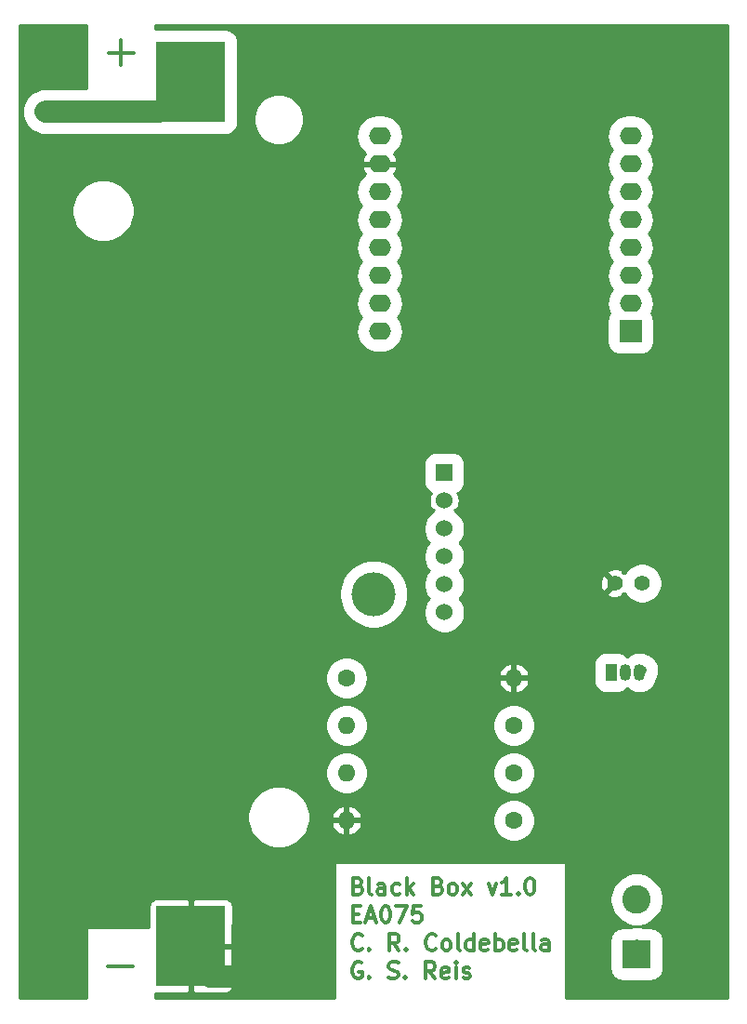
<source format=gbr>
%TF.GenerationSoftware,KiCad,Pcbnew,5.1.12-84ad8e8a86~92~ubuntu16.04.1*%
%TF.CreationDate,2023-12-01T21:15:30-03:00*%
%TF.ProjectId,BlackBox,426c6163-6b42-46f7-982e-6b696361645f,rev?*%
%TF.SameCoordinates,Original*%
%TF.FileFunction,Copper,L1,Top*%
%TF.FilePolarity,Positive*%
%FSLAX46Y46*%
G04 Gerber Fmt 4.6, Leading zero omitted, Abs format (unit mm)*
G04 Created by KiCad (PCBNEW 5.1.12-84ad8e8a86~92~ubuntu16.04.1) date 2023-12-01 21:15:30*
%MOMM*%
%LPD*%
G01*
G04 APERTURE LIST*
%TA.AperFunction,NonConductor*%
%ADD10C,0.300000*%
%TD*%
%TA.AperFunction,ComponentPad*%
%ADD11R,1.050000X1.500000*%
%TD*%
%TA.AperFunction,ComponentPad*%
%ADD12O,1.050000X1.500000*%
%TD*%
%TA.AperFunction,ComponentPad*%
%ADD13C,1.600000*%
%TD*%
%TA.AperFunction,ComponentPad*%
%ADD14O,1.600000X1.600000*%
%TD*%
%TA.AperFunction,ComponentPad*%
%ADD15R,1.524000X1.524000*%
%TD*%
%TA.AperFunction,ComponentPad*%
%ADD16C,1.524000*%
%TD*%
%TA.AperFunction,SMDPad,CuDef*%
%ADD17R,6.350000X7.340000*%
%TD*%
%TA.AperFunction,ComponentPad*%
%ADD18C,1.400000*%
%TD*%
%TA.AperFunction,ComponentPad*%
%ADD19R,2.600000X2.600000*%
%TD*%
%TA.AperFunction,ComponentPad*%
%ADD20C,2.600000*%
%TD*%
%TA.AperFunction,ComponentPad*%
%ADD21O,2.000000X1.600000*%
%TD*%
%TA.AperFunction,ComponentPad*%
%ADD22R,2.000000X2.000000*%
%TD*%
%TA.AperFunction,ViaPad*%
%ADD23C,4.000000*%
%TD*%
%TA.AperFunction,ViaPad*%
%ADD24C,1.400000*%
%TD*%
%TA.AperFunction,Conductor*%
%ADD25C,0.800000*%
%TD*%
%TA.AperFunction,Conductor*%
%ADD26C,2.000000*%
%TD*%
%TA.AperFunction,Conductor*%
%ADD27C,1.000000*%
%TD*%
%TA.AperFunction,Conductor*%
%ADD28C,0.254000*%
%TD*%
%TA.AperFunction,Conductor*%
%ADD29C,0.100000*%
%TD*%
G04 APERTURE END LIST*
D10*
X108817142Y-146394285D02*
X111102857Y-146394285D01*
X108857142Y-63234285D02*
X111142857Y-63234285D01*
X110000000Y-64377142D02*
X110000000Y-62091428D01*
X131608142Y-139069857D02*
X131822428Y-139141285D01*
X131893857Y-139212714D01*
X131965285Y-139355571D01*
X131965285Y-139569857D01*
X131893857Y-139712714D01*
X131822428Y-139784142D01*
X131679571Y-139855571D01*
X131108142Y-139855571D01*
X131108142Y-138355571D01*
X131608142Y-138355571D01*
X131751000Y-138427000D01*
X131822428Y-138498428D01*
X131893857Y-138641285D01*
X131893857Y-138784142D01*
X131822428Y-138927000D01*
X131751000Y-138998428D01*
X131608142Y-139069857D01*
X131108142Y-139069857D01*
X132822428Y-139855571D02*
X132679571Y-139784142D01*
X132608142Y-139641285D01*
X132608142Y-138355571D01*
X134036714Y-139855571D02*
X134036714Y-139069857D01*
X133965285Y-138927000D01*
X133822428Y-138855571D01*
X133536714Y-138855571D01*
X133393857Y-138927000D01*
X134036714Y-139784142D02*
X133893857Y-139855571D01*
X133536714Y-139855571D01*
X133393857Y-139784142D01*
X133322428Y-139641285D01*
X133322428Y-139498428D01*
X133393857Y-139355571D01*
X133536714Y-139284142D01*
X133893857Y-139284142D01*
X134036714Y-139212714D01*
X135393857Y-139784142D02*
X135251000Y-139855571D01*
X134965285Y-139855571D01*
X134822428Y-139784142D01*
X134751000Y-139712714D01*
X134679571Y-139569857D01*
X134679571Y-139141285D01*
X134751000Y-138998428D01*
X134822428Y-138927000D01*
X134965285Y-138855571D01*
X135251000Y-138855571D01*
X135393857Y-138927000D01*
X136036714Y-139855571D02*
X136036714Y-138355571D01*
X136179571Y-139284142D02*
X136608142Y-139855571D01*
X136608142Y-138855571D02*
X136036714Y-139427000D01*
X138893857Y-139069857D02*
X139108142Y-139141285D01*
X139179571Y-139212714D01*
X139251000Y-139355571D01*
X139251000Y-139569857D01*
X139179571Y-139712714D01*
X139108142Y-139784142D01*
X138965285Y-139855571D01*
X138393857Y-139855571D01*
X138393857Y-138355571D01*
X138893857Y-138355571D01*
X139036714Y-138427000D01*
X139108142Y-138498428D01*
X139179571Y-138641285D01*
X139179571Y-138784142D01*
X139108142Y-138927000D01*
X139036714Y-138998428D01*
X138893857Y-139069857D01*
X138393857Y-139069857D01*
X140108142Y-139855571D02*
X139965285Y-139784142D01*
X139893857Y-139712714D01*
X139822428Y-139569857D01*
X139822428Y-139141285D01*
X139893857Y-138998428D01*
X139965285Y-138927000D01*
X140108142Y-138855571D01*
X140322428Y-138855571D01*
X140465285Y-138927000D01*
X140536714Y-138998428D01*
X140608142Y-139141285D01*
X140608142Y-139569857D01*
X140536714Y-139712714D01*
X140465285Y-139784142D01*
X140322428Y-139855571D01*
X140108142Y-139855571D01*
X141108142Y-139855571D02*
X141893857Y-138855571D01*
X141108142Y-138855571D02*
X141893857Y-139855571D01*
X143465285Y-138855571D02*
X143822428Y-139855571D01*
X144179571Y-138855571D01*
X145536714Y-139855571D02*
X144679571Y-139855571D01*
X145108142Y-139855571D02*
X145108142Y-138355571D01*
X144965285Y-138569857D01*
X144822428Y-138712714D01*
X144679571Y-138784142D01*
X146179571Y-139712714D02*
X146251000Y-139784142D01*
X146179571Y-139855571D01*
X146108142Y-139784142D01*
X146179571Y-139712714D01*
X146179571Y-139855571D01*
X147179571Y-138355571D02*
X147322428Y-138355571D01*
X147465285Y-138427000D01*
X147536714Y-138498428D01*
X147608142Y-138641285D01*
X147679571Y-138927000D01*
X147679571Y-139284142D01*
X147608142Y-139569857D01*
X147536714Y-139712714D01*
X147465285Y-139784142D01*
X147322428Y-139855571D01*
X147179571Y-139855571D01*
X147036714Y-139784142D01*
X146965285Y-139712714D01*
X146893857Y-139569857D01*
X146822428Y-139284142D01*
X146822428Y-138927000D01*
X146893857Y-138641285D01*
X146965285Y-138498428D01*
X147036714Y-138427000D01*
X147179571Y-138355571D01*
X131108142Y-141619857D02*
X131608142Y-141619857D01*
X131822428Y-142405571D02*
X131108142Y-142405571D01*
X131108142Y-140905571D01*
X131822428Y-140905571D01*
X132393857Y-141977000D02*
X133108142Y-141977000D01*
X132251000Y-142405571D02*
X132751000Y-140905571D01*
X133251000Y-142405571D01*
X134036714Y-140905571D02*
X134179571Y-140905571D01*
X134322428Y-140977000D01*
X134393857Y-141048428D01*
X134465285Y-141191285D01*
X134536714Y-141477000D01*
X134536714Y-141834142D01*
X134465285Y-142119857D01*
X134393857Y-142262714D01*
X134322428Y-142334142D01*
X134179571Y-142405571D01*
X134036714Y-142405571D01*
X133893857Y-142334142D01*
X133822428Y-142262714D01*
X133751000Y-142119857D01*
X133679571Y-141834142D01*
X133679571Y-141477000D01*
X133751000Y-141191285D01*
X133822428Y-141048428D01*
X133893857Y-140977000D01*
X134036714Y-140905571D01*
X135036714Y-140905571D02*
X136036714Y-140905571D01*
X135393857Y-142405571D01*
X137322428Y-140905571D02*
X136608142Y-140905571D01*
X136536714Y-141619857D01*
X136608142Y-141548428D01*
X136751000Y-141477000D01*
X137108142Y-141477000D01*
X137251000Y-141548428D01*
X137322428Y-141619857D01*
X137393857Y-141762714D01*
X137393857Y-142119857D01*
X137322428Y-142262714D01*
X137251000Y-142334142D01*
X137108142Y-142405571D01*
X136751000Y-142405571D01*
X136608142Y-142334142D01*
X136536714Y-142262714D01*
X131965285Y-144812714D02*
X131893857Y-144884142D01*
X131679571Y-144955571D01*
X131536714Y-144955571D01*
X131322428Y-144884142D01*
X131179571Y-144741285D01*
X131108142Y-144598428D01*
X131036714Y-144312714D01*
X131036714Y-144098428D01*
X131108142Y-143812714D01*
X131179571Y-143669857D01*
X131322428Y-143527000D01*
X131536714Y-143455571D01*
X131679571Y-143455571D01*
X131893857Y-143527000D01*
X131965285Y-143598428D01*
X132608142Y-144812714D02*
X132679571Y-144884142D01*
X132608142Y-144955571D01*
X132536714Y-144884142D01*
X132608142Y-144812714D01*
X132608142Y-144955571D01*
X135322428Y-144955571D02*
X134822428Y-144241285D01*
X134465285Y-144955571D02*
X134465285Y-143455571D01*
X135036714Y-143455571D01*
X135179571Y-143527000D01*
X135251000Y-143598428D01*
X135322428Y-143741285D01*
X135322428Y-143955571D01*
X135251000Y-144098428D01*
X135179571Y-144169857D01*
X135036714Y-144241285D01*
X134465285Y-144241285D01*
X135965285Y-144812714D02*
X136036714Y-144884142D01*
X135965285Y-144955571D01*
X135893857Y-144884142D01*
X135965285Y-144812714D01*
X135965285Y-144955571D01*
X138679571Y-144812714D02*
X138608142Y-144884142D01*
X138393857Y-144955571D01*
X138251000Y-144955571D01*
X138036714Y-144884142D01*
X137893857Y-144741285D01*
X137822428Y-144598428D01*
X137751000Y-144312714D01*
X137751000Y-144098428D01*
X137822428Y-143812714D01*
X137893857Y-143669857D01*
X138036714Y-143527000D01*
X138251000Y-143455571D01*
X138393857Y-143455571D01*
X138608142Y-143527000D01*
X138679571Y-143598428D01*
X139536714Y-144955571D02*
X139393857Y-144884142D01*
X139322428Y-144812714D01*
X139251000Y-144669857D01*
X139251000Y-144241285D01*
X139322428Y-144098428D01*
X139393857Y-144027000D01*
X139536714Y-143955571D01*
X139751000Y-143955571D01*
X139893857Y-144027000D01*
X139965285Y-144098428D01*
X140036714Y-144241285D01*
X140036714Y-144669857D01*
X139965285Y-144812714D01*
X139893857Y-144884142D01*
X139751000Y-144955571D01*
X139536714Y-144955571D01*
X140893857Y-144955571D02*
X140751000Y-144884142D01*
X140679571Y-144741285D01*
X140679571Y-143455571D01*
X142108142Y-144955571D02*
X142108142Y-143455571D01*
X142108142Y-144884142D02*
X141965285Y-144955571D01*
X141679571Y-144955571D01*
X141536714Y-144884142D01*
X141465285Y-144812714D01*
X141393857Y-144669857D01*
X141393857Y-144241285D01*
X141465285Y-144098428D01*
X141536714Y-144027000D01*
X141679571Y-143955571D01*
X141965285Y-143955571D01*
X142108142Y-144027000D01*
X143393857Y-144884142D02*
X143251000Y-144955571D01*
X142965285Y-144955571D01*
X142822428Y-144884142D01*
X142751000Y-144741285D01*
X142751000Y-144169857D01*
X142822428Y-144027000D01*
X142965285Y-143955571D01*
X143251000Y-143955571D01*
X143393857Y-144027000D01*
X143465285Y-144169857D01*
X143465285Y-144312714D01*
X142751000Y-144455571D01*
X144108142Y-144955571D02*
X144108142Y-143455571D01*
X144108142Y-144027000D02*
X144251000Y-143955571D01*
X144536714Y-143955571D01*
X144679571Y-144027000D01*
X144751000Y-144098428D01*
X144822428Y-144241285D01*
X144822428Y-144669857D01*
X144751000Y-144812714D01*
X144679571Y-144884142D01*
X144536714Y-144955571D01*
X144251000Y-144955571D01*
X144108142Y-144884142D01*
X146036714Y-144884142D02*
X145893857Y-144955571D01*
X145608142Y-144955571D01*
X145465285Y-144884142D01*
X145393857Y-144741285D01*
X145393857Y-144169857D01*
X145465285Y-144027000D01*
X145608142Y-143955571D01*
X145893857Y-143955571D01*
X146036714Y-144027000D01*
X146108142Y-144169857D01*
X146108142Y-144312714D01*
X145393857Y-144455571D01*
X146965285Y-144955571D02*
X146822428Y-144884142D01*
X146751000Y-144741285D01*
X146751000Y-143455571D01*
X147751000Y-144955571D02*
X147608142Y-144884142D01*
X147536714Y-144741285D01*
X147536714Y-143455571D01*
X148965285Y-144955571D02*
X148965285Y-144169857D01*
X148893857Y-144027000D01*
X148751000Y-143955571D01*
X148465285Y-143955571D01*
X148322428Y-144027000D01*
X148965285Y-144884142D02*
X148822428Y-144955571D01*
X148465285Y-144955571D01*
X148322428Y-144884142D01*
X148251000Y-144741285D01*
X148251000Y-144598428D01*
X148322428Y-144455571D01*
X148465285Y-144384142D01*
X148822428Y-144384142D01*
X148965285Y-144312714D01*
X131893857Y-146077000D02*
X131751000Y-146005571D01*
X131536714Y-146005571D01*
X131322428Y-146077000D01*
X131179571Y-146219857D01*
X131108142Y-146362714D01*
X131036714Y-146648428D01*
X131036714Y-146862714D01*
X131108142Y-147148428D01*
X131179571Y-147291285D01*
X131322428Y-147434142D01*
X131536714Y-147505571D01*
X131679571Y-147505571D01*
X131893857Y-147434142D01*
X131965285Y-147362714D01*
X131965285Y-146862714D01*
X131679571Y-146862714D01*
X132608142Y-147362714D02*
X132679571Y-147434142D01*
X132608142Y-147505571D01*
X132536714Y-147434142D01*
X132608142Y-147362714D01*
X132608142Y-147505571D01*
X134393857Y-147434142D02*
X134608142Y-147505571D01*
X134965285Y-147505571D01*
X135108142Y-147434142D01*
X135179571Y-147362714D01*
X135251000Y-147219857D01*
X135251000Y-147077000D01*
X135179571Y-146934142D01*
X135108142Y-146862714D01*
X134965285Y-146791285D01*
X134679571Y-146719857D01*
X134536714Y-146648428D01*
X134465285Y-146577000D01*
X134393857Y-146434142D01*
X134393857Y-146291285D01*
X134465285Y-146148428D01*
X134536714Y-146077000D01*
X134679571Y-146005571D01*
X135036714Y-146005571D01*
X135251000Y-146077000D01*
X135893857Y-147362714D02*
X135965285Y-147434142D01*
X135893857Y-147505571D01*
X135822428Y-147434142D01*
X135893857Y-147362714D01*
X135893857Y-147505571D01*
X138608142Y-147505571D02*
X138108142Y-146791285D01*
X137751000Y-147505571D02*
X137751000Y-146005571D01*
X138322428Y-146005571D01*
X138465285Y-146077000D01*
X138536714Y-146148428D01*
X138608142Y-146291285D01*
X138608142Y-146505571D01*
X138536714Y-146648428D01*
X138465285Y-146719857D01*
X138322428Y-146791285D01*
X137751000Y-146791285D01*
X139822428Y-147434142D02*
X139679571Y-147505571D01*
X139393857Y-147505571D01*
X139251000Y-147434142D01*
X139179571Y-147291285D01*
X139179571Y-146719857D01*
X139251000Y-146577000D01*
X139393857Y-146505571D01*
X139679571Y-146505571D01*
X139822428Y-146577000D01*
X139893857Y-146719857D01*
X139893857Y-146862714D01*
X139179571Y-147005571D01*
X140536714Y-147505571D02*
X140536714Y-146505571D01*
X140536714Y-146005571D02*
X140465285Y-146077000D01*
X140536714Y-146148428D01*
X140608142Y-146077000D01*
X140536714Y-146005571D01*
X140536714Y-146148428D01*
X141179571Y-147434142D02*
X141322428Y-147505571D01*
X141608142Y-147505571D01*
X141751000Y-147434142D01*
X141822428Y-147291285D01*
X141822428Y-147219857D01*
X141751000Y-147077000D01*
X141608142Y-147005571D01*
X141393857Y-147005571D01*
X141251000Y-146934142D01*
X141179571Y-146791285D01*
X141179571Y-146719857D01*
X141251000Y-146577000D01*
X141393857Y-146505571D01*
X141608142Y-146505571D01*
X141751000Y-146577000D01*
D11*
%TO.P,U2,1*%
%TO.N,Net-(R2-Pad2)*%
X154686000Y-119634000D03*
D12*
%TO.P,U2,3*%
%TO.N,+3V3*%
X157226000Y-119634000D03*
%TO.P,U2,2*%
%TO.N,GND*%
X155956000Y-119634000D03*
%TD*%
D13*
%TO.P,R3,1*%
%TO.N,Net-(R2-Pad2)*%
X130540000Y-120142000D03*
D14*
%TO.P,R3,2*%
%TO.N,GND*%
X145780000Y-120142000D03*
%TD*%
%TO.P,R2,2*%
%TO.N,Net-(R2-Pad2)*%
X130540000Y-124460000D03*
D13*
%TO.P,R2,1*%
%TO.N,+3V3*%
X145780000Y-124460000D03*
%TD*%
D14*
%TO.P,R1,2*%
%TO.N,Net-(BT1-Pad1)*%
X130540000Y-128778000D03*
D13*
%TO.P,R1,1*%
%TO.N,+3V3*%
X145780000Y-128778000D03*
%TD*%
D15*
%TO.P,A1,1*%
%TO.N,+3V3*%
X139440000Y-101470000D03*
D16*
%TO.P,A1,2*%
%TO.N,GND*%
X139440000Y-104010000D03*
%TO.P,A1,3*%
%TO.N,SCL*%
X139440000Y-106550000D03*
%TO.P,A1,4*%
%TO.N,SDA*%
X139440000Y-109090000D03*
%TO.P,A1,5*%
%TO.N,Net-(A1-Pad5)*%
X139440000Y-111630000D03*
%TO.P,A1,6*%
%TO.N,Net-(A1-Pad6)*%
X139440000Y-114170000D03*
%TD*%
D17*
%TO.P,BT1,1*%
%TO.N,Net-(BT1-Pad1)*%
X116360000Y-65880000D03*
%TO.P,BT1,2*%
%TO.N,GND*%
X116360000Y-144540000D03*
%TD*%
D18*
%TO.P,C1,1*%
%TO.N,+3V3*%
X157480000Y-111506000D03*
%TO.P,C1,2*%
%TO.N,GND*%
X154980000Y-111506000D03*
%TD*%
D13*
%TO.P,R4,1*%
%TO.N,RBF_switch*%
X145780000Y-133096000D03*
D14*
%TO.P,R4,2*%
%TO.N,GND*%
X130540000Y-133096000D03*
%TD*%
D19*
%TO.P,SW1,1*%
%TO.N,RBF_switch*%
X156972000Y-145288000D03*
D20*
%TO.P,SW1,2*%
%TO.N,+3V3*%
X156972000Y-140288000D03*
%TD*%
D21*
%TO.P,U1,2*%
%TO.N,Net-(U1-Pad2)*%
X156410000Y-86030000D03*
D22*
%TO.P,U1,1*%
%TO.N,Net-(U1-Pad1)*%
X156410000Y-88570000D03*
D21*
%TO.P,U1,3*%
%TO.N,Net-(U1-Pad3)*%
X156410000Y-83490000D03*
%TO.P,U1,4*%
%TO.N,Net-(U1-Pad4)*%
X156410000Y-80950000D03*
%TO.P,U1,5*%
%TO.N,Net-(U1-Pad5)*%
X156410000Y-78410000D03*
%TO.P,U1,6*%
%TO.N,Net-(U1-Pad6)*%
X156410000Y-75870000D03*
%TO.P,U1,7*%
%TO.N,Net-(U1-Pad7)*%
X156410000Y-73330000D03*
%TO.P,U1,8*%
%TO.N,+3V3*%
X156410000Y-70790000D03*
%TO.P,U1,9*%
%TO.N,Net-(U1-Pad9)*%
X133550000Y-70790000D03*
%TO.P,U1,10*%
%TO.N,GND*%
X133550000Y-73330000D03*
%TO.P,U1,11*%
%TO.N,RBF_switch*%
X133550000Y-75870000D03*
%TO.P,U1,12*%
%TO.N,Net-(U1-Pad12)*%
X133550000Y-78410000D03*
%TO.P,U1,13*%
%TO.N,SDA*%
X133550000Y-80950000D03*
%TO.P,U1,14*%
%TO.N,SCL*%
X133550000Y-83490000D03*
%TO.P,U1,15*%
%TO.N,Net-(U1-Pad15)*%
X133550000Y-86030000D03*
%TO.P,U1,16*%
%TO.N,Net-(U1-Pad16)*%
X133550000Y-88570000D03*
%TD*%
D23*
%TO.N,*%
X133000000Y-112500000D03*
D24*
%TO.N,GND*%
X124079000Y-147320000D03*
%TO.N,Net-(BT1-Pad1)*%
X103124000Y-68580000D03*
%TD*%
D25*
%TO.N,+3V3*%
X157480000Y-119380000D02*
X157226000Y-119634000D01*
X145780000Y-129096000D02*
X145780000Y-128778000D01*
D26*
%TO.N,GND*%
X118124000Y-147320000D02*
X123952000Y-147320000D01*
D27*
%TO.N,Net-(BT1-Pad1)*%
X116360000Y-65880000D02*
X113406000Y-68834000D01*
D26*
X113406000Y-68580000D02*
X103124000Y-68580000D01*
D27*
X103124000Y-68834000D02*
X103124000Y-68834000D01*
D25*
%TO.N,RBF_switch*%
X156972000Y-144288000D02*
X156972000Y-145288000D01*
%TD*%
D28*
%TO.N,GND*%
X106865857Y-66453000D02*
X103019513Y-66453000D01*
X102707035Y-66483776D01*
X102306094Y-66605401D01*
X101936585Y-66802907D01*
X101612707Y-67068707D01*
X101346907Y-67392585D01*
X101149401Y-67762094D01*
X101027776Y-68163035D01*
X100986709Y-68580000D01*
X101027776Y-68996965D01*
X101149401Y-69397906D01*
X101346907Y-69767415D01*
X101612707Y-70091293D01*
X101936585Y-70357093D01*
X102306094Y-70554599D01*
X102707035Y-70676224D01*
X103019513Y-70707000D01*
X113510487Y-70707000D01*
X113759720Y-70682453D01*
X119535000Y-70682453D01*
X119755931Y-70660693D01*
X119968371Y-70596250D01*
X120164157Y-70491600D01*
X120335765Y-70350765D01*
X120476600Y-70179157D01*
X120581250Y-69983371D01*
X120645693Y-69770931D01*
X120667453Y-69550000D01*
X120667453Y-69051303D01*
X122038000Y-69051303D01*
X122038000Y-69508697D01*
X122127233Y-69957302D01*
X122302270Y-70379879D01*
X122556385Y-70760189D01*
X122879811Y-71083615D01*
X123260121Y-71337730D01*
X123682698Y-71512767D01*
X124131303Y-71602000D01*
X124588697Y-71602000D01*
X125037302Y-71512767D01*
X125459879Y-71337730D01*
X125840189Y-71083615D01*
X126133804Y-70790000D01*
X131413677Y-70790000D01*
X131450883Y-71167758D01*
X131561071Y-71530999D01*
X131740006Y-71865763D01*
X131980813Y-72159187D01*
X132263331Y-72391044D01*
X132229361Y-72425575D01*
X132074449Y-72661579D01*
X131968556Y-72923270D01*
X131958096Y-72980961D01*
X132080085Y-73203000D01*
X133423000Y-73203000D01*
X133423000Y-73183000D01*
X133677000Y-73183000D01*
X133677000Y-73203000D01*
X135019915Y-73203000D01*
X135141904Y-72980961D01*
X135131444Y-72923270D01*
X135025551Y-72661579D01*
X134870639Y-72425575D01*
X134836669Y-72391044D01*
X135119187Y-72159187D01*
X135359994Y-71865763D01*
X135538929Y-71530999D01*
X135649117Y-71167758D01*
X135686323Y-70790000D01*
X154273677Y-70790000D01*
X154310883Y-71167758D01*
X154421071Y-71530999D01*
X154600006Y-71865763D01*
X154759412Y-72060000D01*
X154600006Y-72254237D01*
X154421071Y-72589001D01*
X154310883Y-72952242D01*
X154273677Y-73330000D01*
X154310883Y-73707758D01*
X154421071Y-74070999D01*
X154600006Y-74405763D01*
X154759412Y-74600000D01*
X154600006Y-74794237D01*
X154421071Y-75129001D01*
X154310883Y-75492242D01*
X154273677Y-75870000D01*
X154310883Y-76247758D01*
X154421071Y-76610999D01*
X154600006Y-76945763D01*
X154759412Y-77140000D01*
X154600006Y-77334237D01*
X154421071Y-77669001D01*
X154310883Y-78032242D01*
X154273677Y-78410000D01*
X154310883Y-78787758D01*
X154421071Y-79150999D01*
X154600006Y-79485763D01*
X154759412Y-79680000D01*
X154600006Y-79874237D01*
X154421071Y-80209001D01*
X154310883Y-80572242D01*
X154273677Y-80950000D01*
X154310883Y-81327758D01*
X154421071Y-81690999D01*
X154600006Y-82025763D01*
X154759412Y-82220000D01*
X154600006Y-82414237D01*
X154421071Y-82749001D01*
X154310883Y-83112242D01*
X154273677Y-83490000D01*
X154310883Y-83867758D01*
X154421071Y-84230999D01*
X154600006Y-84565763D01*
X154759412Y-84760000D01*
X154600006Y-84954237D01*
X154421071Y-85289001D01*
X154310883Y-85652242D01*
X154273677Y-86030000D01*
X154310883Y-86407758D01*
X154421071Y-86770999D01*
X154494715Y-86908778D01*
X154468400Y-86940843D01*
X154363750Y-87136629D01*
X154299307Y-87349069D01*
X154277547Y-87570000D01*
X154277547Y-89570000D01*
X154299307Y-89790931D01*
X154363750Y-90003371D01*
X154468400Y-90199157D01*
X154609235Y-90370765D01*
X154780843Y-90511600D01*
X154976629Y-90616250D01*
X155189069Y-90680693D01*
X155410000Y-90702453D01*
X157410000Y-90702453D01*
X157630931Y-90680693D01*
X157843371Y-90616250D01*
X158039157Y-90511600D01*
X158210765Y-90370765D01*
X158351600Y-90199157D01*
X158456250Y-90003371D01*
X158520693Y-89790931D01*
X158542453Y-89570000D01*
X158542453Y-87570000D01*
X158520693Y-87349069D01*
X158456250Y-87136629D01*
X158351600Y-86940843D01*
X158325285Y-86908778D01*
X158398929Y-86770999D01*
X158509117Y-86407758D01*
X158546323Y-86030000D01*
X158509117Y-85652242D01*
X158398929Y-85289001D01*
X158219994Y-84954237D01*
X158060588Y-84760000D01*
X158219994Y-84565763D01*
X158398929Y-84230999D01*
X158509117Y-83867758D01*
X158546323Y-83490000D01*
X158509117Y-83112242D01*
X158398929Y-82749001D01*
X158219994Y-82414237D01*
X158060588Y-82220000D01*
X158219994Y-82025763D01*
X158398929Y-81690999D01*
X158509117Y-81327758D01*
X158546323Y-80950000D01*
X158509117Y-80572242D01*
X158398929Y-80209001D01*
X158219994Y-79874237D01*
X158060588Y-79680000D01*
X158219994Y-79485763D01*
X158398929Y-79150999D01*
X158509117Y-78787758D01*
X158546323Y-78410000D01*
X158509117Y-78032242D01*
X158398929Y-77669001D01*
X158219994Y-77334237D01*
X158060588Y-77140000D01*
X158219994Y-76945763D01*
X158398929Y-76610999D01*
X158509117Y-76247758D01*
X158546323Y-75870000D01*
X158509117Y-75492242D01*
X158398929Y-75129001D01*
X158219994Y-74794237D01*
X158060588Y-74600000D01*
X158219994Y-74405763D01*
X158398929Y-74070999D01*
X158509117Y-73707758D01*
X158546323Y-73330000D01*
X158509117Y-72952242D01*
X158398929Y-72589001D01*
X158219994Y-72254237D01*
X158060588Y-72060000D01*
X158219994Y-71865763D01*
X158398929Y-71530999D01*
X158509117Y-71167758D01*
X158546323Y-70790000D01*
X158509117Y-70412242D01*
X158398929Y-70049001D01*
X158219994Y-69714237D01*
X157979187Y-69420813D01*
X157685763Y-69180006D01*
X157350999Y-69001071D01*
X156987758Y-68890883D01*
X156704658Y-68863000D01*
X156115342Y-68863000D01*
X155832242Y-68890883D01*
X155469001Y-69001071D01*
X155134237Y-69180006D01*
X154840813Y-69420813D01*
X154600006Y-69714237D01*
X154421071Y-70049001D01*
X154310883Y-70412242D01*
X154273677Y-70790000D01*
X135686323Y-70790000D01*
X135649117Y-70412242D01*
X135538929Y-70049001D01*
X135359994Y-69714237D01*
X135119187Y-69420813D01*
X134825763Y-69180006D01*
X134490999Y-69001071D01*
X134127758Y-68890883D01*
X133844658Y-68863000D01*
X133255342Y-68863000D01*
X132972242Y-68890883D01*
X132609001Y-69001071D01*
X132274237Y-69180006D01*
X131980813Y-69420813D01*
X131740006Y-69714237D01*
X131561071Y-70049001D01*
X131450883Y-70412242D01*
X131413677Y-70790000D01*
X126133804Y-70790000D01*
X126163615Y-70760189D01*
X126417730Y-70379879D01*
X126592767Y-69957302D01*
X126682000Y-69508697D01*
X126682000Y-69051303D01*
X126592767Y-68602698D01*
X126417730Y-68180121D01*
X126163615Y-67799811D01*
X125840189Y-67476385D01*
X125459879Y-67222270D01*
X125037302Y-67047233D01*
X124588697Y-66958000D01*
X124131303Y-66958000D01*
X123682698Y-67047233D01*
X123260121Y-67222270D01*
X122879811Y-67476385D01*
X122556385Y-67799811D01*
X122302270Y-68180121D01*
X122127233Y-68602698D01*
X122038000Y-69051303D01*
X120667453Y-69051303D01*
X120667453Y-62210000D01*
X120645693Y-61989069D01*
X120581250Y-61776629D01*
X120476600Y-61580843D01*
X120335765Y-61409235D01*
X120164157Y-61268400D01*
X119968371Y-61163750D01*
X119755931Y-61099307D01*
X119535000Y-61077547D01*
X113185000Y-61077547D01*
X113134143Y-61082556D01*
X113134143Y-60710000D01*
X165290001Y-60710000D01*
X165290000Y-149290000D01*
X150554429Y-149290000D01*
X150554429Y-143988000D01*
X154539547Y-143988000D01*
X154539547Y-146588000D01*
X154561307Y-146808931D01*
X154625750Y-147021371D01*
X154730400Y-147217157D01*
X154871235Y-147388765D01*
X155042843Y-147529600D01*
X155238629Y-147634250D01*
X155451069Y-147698693D01*
X155672000Y-147720453D01*
X158272000Y-147720453D01*
X158492931Y-147698693D01*
X158705371Y-147634250D01*
X158901157Y-147529600D01*
X159072765Y-147388765D01*
X159213600Y-147217157D01*
X159318250Y-147021371D01*
X159382693Y-146808931D01*
X159404453Y-146588000D01*
X159404453Y-143988000D01*
X159382693Y-143767069D01*
X159318250Y-143554629D01*
X159213600Y-143358843D01*
X159072765Y-143187235D01*
X158901157Y-143046400D01*
X158705371Y-142941750D01*
X158492931Y-142877307D01*
X158272000Y-142855547D01*
X157510187Y-142855547D01*
X157271343Y-142783095D01*
X156972000Y-142753612D01*
X156672656Y-142783095D01*
X156433812Y-142855547D01*
X155672000Y-142855547D01*
X155451069Y-142877307D01*
X155238629Y-142941750D01*
X155042843Y-143046400D01*
X154871235Y-143187235D01*
X154730400Y-143358843D01*
X154625750Y-143554629D01*
X154561307Y-143767069D01*
X154539547Y-143988000D01*
X150554429Y-143988000D01*
X150554429Y-140048961D01*
X154545000Y-140048961D01*
X154545000Y-140527039D01*
X154638268Y-140995930D01*
X154821221Y-141437615D01*
X155086826Y-141835122D01*
X155424878Y-142173174D01*
X155822385Y-142438779D01*
X156264070Y-142621732D01*
X156732961Y-142715000D01*
X157211039Y-142715000D01*
X157679930Y-142621732D01*
X158121615Y-142438779D01*
X158519122Y-142173174D01*
X158857174Y-141835122D01*
X159122779Y-141437615D01*
X159305732Y-140995930D01*
X159399000Y-140527039D01*
X159399000Y-140048961D01*
X159305732Y-139580070D01*
X159122779Y-139138385D01*
X158857174Y-138740878D01*
X158519122Y-138402826D01*
X158121615Y-138137221D01*
X157679930Y-137954268D01*
X157211039Y-137861000D01*
X156732961Y-137861000D01*
X156264070Y-137954268D01*
X155822385Y-138137221D01*
X155424878Y-138402826D01*
X155086826Y-138740878D01*
X154821221Y-139138385D01*
X154638268Y-139580070D01*
X154545000Y-140048961D01*
X150554429Y-140048961D01*
X150554429Y-136895000D01*
X129429000Y-136895000D01*
X129429000Y-149290000D01*
X113094143Y-149290000D01*
X113094143Y-148839124D01*
X113185000Y-148848072D01*
X116074250Y-148845000D01*
X116233000Y-148686250D01*
X116233000Y-144667000D01*
X116487000Y-144667000D01*
X116487000Y-148686250D01*
X116645750Y-148845000D01*
X119535000Y-148848072D01*
X119659482Y-148835812D01*
X119779180Y-148799502D01*
X119889494Y-148740537D01*
X119986185Y-148661185D01*
X120065537Y-148564494D01*
X120124502Y-148454180D01*
X120160812Y-148334482D01*
X120173072Y-148210000D01*
X120170000Y-144825750D01*
X120011250Y-144667000D01*
X116487000Y-144667000D01*
X116233000Y-144667000D01*
X116213000Y-144667000D01*
X116213000Y-144413000D01*
X116233000Y-144413000D01*
X116233000Y-140393750D01*
X116487000Y-140393750D01*
X116487000Y-144413000D01*
X120011250Y-144413000D01*
X120170000Y-144254250D01*
X120173072Y-140870000D01*
X120160812Y-140745518D01*
X120124502Y-140625820D01*
X120065537Y-140515506D01*
X119986185Y-140418815D01*
X119889494Y-140339463D01*
X119779180Y-140280498D01*
X119659482Y-140244188D01*
X119535000Y-140231928D01*
X116645750Y-140235000D01*
X116487000Y-140393750D01*
X116233000Y-140393750D01*
X116074250Y-140235000D01*
X113185000Y-140231928D01*
X113060518Y-140244188D01*
X112940820Y-140280498D01*
X112830506Y-140339463D01*
X112733815Y-140418815D01*
X112654463Y-140515506D01*
X112595498Y-140625820D01*
X112559188Y-140745518D01*
X112546928Y-140870000D01*
X112548696Y-142818000D01*
X106825857Y-142818000D01*
X106825857Y-149290000D01*
X100710000Y-149290000D01*
X100710000Y-132529102D01*
X121508000Y-132529102D01*
X121508000Y-133090898D01*
X121617600Y-133641898D01*
X121832590Y-134160929D01*
X122144707Y-134628044D01*
X122541956Y-135025293D01*
X123009071Y-135337410D01*
X123528102Y-135552400D01*
X124079102Y-135662000D01*
X124640898Y-135662000D01*
X125191898Y-135552400D01*
X125710929Y-135337410D01*
X126178044Y-135025293D01*
X126575293Y-134628044D01*
X126887410Y-134160929D01*
X127102400Y-133641898D01*
X127141557Y-133445039D01*
X129148096Y-133445039D01*
X129188754Y-133579087D01*
X129308963Y-133833420D01*
X129476481Y-134059414D01*
X129684869Y-134248385D01*
X129926119Y-134393070D01*
X130190960Y-134487909D01*
X130413000Y-134366624D01*
X130413000Y-133223000D01*
X130667000Y-133223000D01*
X130667000Y-134366624D01*
X130889040Y-134487909D01*
X131153881Y-134393070D01*
X131395131Y-134248385D01*
X131603519Y-134059414D01*
X131771037Y-133833420D01*
X131891246Y-133579087D01*
X131931904Y-133445039D01*
X131809915Y-133223000D01*
X130667000Y-133223000D01*
X130413000Y-133223000D01*
X129270085Y-133223000D01*
X129148096Y-133445039D01*
X127141557Y-133445039D01*
X127212000Y-133090898D01*
X127212000Y-132746961D01*
X129148096Y-132746961D01*
X129270085Y-132969000D01*
X130413000Y-132969000D01*
X130413000Y-131825376D01*
X130667000Y-131825376D01*
X130667000Y-132969000D01*
X131809915Y-132969000D01*
X131844413Y-132906207D01*
X143853000Y-132906207D01*
X143853000Y-133285793D01*
X143927053Y-133658085D01*
X144072315Y-134008777D01*
X144283201Y-134324391D01*
X144551609Y-134592799D01*
X144867223Y-134803685D01*
X145217915Y-134948947D01*
X145590207Y-135023000D01*
X145969793Y-135023000D01*
X146342085Y-134948947D01*
X146692777Y-134803685D01*
X147008391Y-134592799D01*
X147276799Y-134324391D01*
X147487685Y-134008777D01*
X147632947Y-133658085D01*
X147707000Y-133285793D01*
X147707000Y-132906207D01*
X147632947Y-132533915D01*
X147487685Y-132183223D01*
X147276799Y-131867609D01*
X147008391Y-131599201D01*
X146692777Y-131388315D01*
X146342085Y-131243053D01*
X145969793Y-131169000D01*
X145590207Y-131169000D01*
X145217915Y-131243053D01*
X144867223Y-131388315D01*
X144551609Y-131599201D01*
X144283201Y-131867609D01*
X144072315Y-132183223D01*
X143927053Y-132533915D01*
X143853000Y-132906207D01*
X131844413Y-132906207D01*
X131931904Y-132746961D01*
X131891246Y-132612913D01*
X131771037Y-132358580D01*
X131603519Y-132132586D01*
X131395131Y-131943615D01*
X131153881Y-131798930D01*
X130889040Y-131704091D01*
X130667000Y-131825376D01*
X130413000Y-131825376D01*
X130190960Y-131704091D01*
X129926119Y-131798930D01*
X129684869Y-131943615D01*
X129476481Y-132132586D01*
X129308963Y-132358580D01*
X129188754Y-132612913D01*
X129148096Y-132746961D01*
X127212000Y-132746961D01*
X127212000Y-132529102D01*
X127102400Y-131978102D01*
X126887410Y-131459071D01*
X126575293Y-130991956D01*
X126178044Y-130594707D01*
X125710929Y-130282590D01*
X125191898Y-130067600D01*
X124640898Y-129958000D01*
X124079102Y-129958000D01*
X123528102Y-130067600D01*
X123009071Y-130282590D01*
X122541956Y-130594707D01*
X122144707Y-130991956D01*
X121832590Y-131459071D01*
X121617600Y-131978102D01*
X121508000Y-132529102D01*
X100710000Y-132529102D01*
X100710000Y-128588207D01*
X128613000Y-128588207D01*
X128613000Y-128967793D01*
X128687053Y-129340085D01*
X128832315Y-129690777D01*
X129043201Y-130006391D01*
X129311609Y-130274799D01*
X129627223Y-130485685D01*
X129977915Y-130630947D01*
X130350207Y-130705000D01*
X130729793Y-130705000D01*
X131102085Y-130630947D01*
X131452777Y-130485685D01*
X131768391Y-130274799D01*
X132036799Y-130006391D01*
X132247685Y-129690777D01*
X132392947Y-129340085D01*
X132467000Y-128967793D01*
X132467000Y-128588207D01*
X143853000Y-128588207D01*
X143853000Y-128967793D01*
X143927053Y-129340085D01*
X144072315Y-129690777D01*
X144283201Y-130006391D01*
X144551609Y-130274799D01*
X144867223Y-130485685D01*
X145217915Y-130630947D01*
X145590207Y-130705000D01*
X145969793Y-130705000D01*
X146342085Y-130630947D01*
X146692777Y-130485685D01*
X147008391Y-130274799D01*
X147276799Y-130006391D01*
X147487685Y-129690777D01*
X147632947Y-129340085D01*
X147707000Y-128967793D01*
X147707000Y-128588207D01*
X147632947Y-128215915D01*
X147487685Y-127865223D01*
X147276799Y-127549609D01*
X147008391Y-127281201D01*
X146692777Y-127070315D01*
X146342085Y-126925053D01*
X145969793Y-126851000D01*
X145590207Y-126851000D01*
X145217915Y-126925053D01*
X144867223Y-127070315D01*
X144551609Y-127281201D01*
X144283201Y-127549609D01*
X144072315Y-127865223D01*
X143927053Y-128215915D01*
X143853000Y-128588207D01*
X132467000Y-128588207D01*
X132392947Y-128215915D01*
X132247685Y-127865223D01*
X132036799Y-127549609D01*
X131768391Y-127281201D01*
X131452777Y-127070315D01*
X131102085Y-126925053D01*
X130729793Y-126851000D01*
X130350207Y-126851000D01*
X129977915Y-126925053D01*
X129627223Y-127070315D01*
X129311609Y-127281201D01*
X129043201Y-127549609D01*
X128832315Y-127865223D01*
X128687053Y-128215915D01*
X128613000Y-128588207D01*
X100710000Y-128588207D01*
X100710000Y-124270207D01*
X128613000Y-124270207D01*
X128613000Y-124649793D01*
X128687053Y-125022085D01*
X128832315Y-125372777D01*
X129043201Y-125688391D01*
X129311609Y-125956799D01*
X129627223Y-126167685D01*
X129977915Y-126312947D01*
X130350207Y-126387000D01*
X130729793Y-126387000D01*
X131102085Y-126312947D01*
X131452777Y-126167685D01*
X131768391Y-125956799D01*
X132036799Y-125688391D01*
X132247685Y-125372777D01*
X132392947Y-125022085D01*
X132467000Y-124649793D01*
X132467000Y-124270207D01*
X143853000Y-124270207D01*
X143853000Y-124649793D01*
X143927053Y-125022085D01*
X144072315Y-125372777D01*
X144283201Y-125688391D01*
X144551609Y-125956799D01*
X144867223Y-126167685D01*
X145217915Y-126312947D01*
X145590207Y-126387000D01*
X145969793Y-126387000D01*
X146342085Y-126312947D01*
X146692777Y-126167685D01*
X147008391Y-125956799D01*
X147276799Y-125688391D01*
X147487685Y-125372777D01*
X147632947Y-125022085D01*
X147707000Y-124649793D01*
X147707000Y-124270207D01*
X147632947Y-123897915D01*
X147487685Y-123547223D01*
X147276799Y-123231609D01*
X147008391Y-122963201D01*
X146692777Y-122752315D01*
X146342085Y-122607053D01*
X145969793Y-122533000D01*
X145590207Y-122533000D01*
X145217915Y-122607053D01*
X144867223Y-122752315D01*
X144551609Y-122963201D01*
X144283201Y-123231609D01*
X144072315Y-123547223D01*
X143927053Y-123897915D01*
X143853000Y-124270207D01*
X132467000Y-124270207D01*
X132392947Y-123897915D01*
X132247685Y-123547223D01*
X132036799Y-123231609D01*
X131768391Y-122963201D01*
X131452777Y-122752315D01*
X131102085Y-122607053D01*
X130729793Y-122533000D01*
X130350207Y-122533000D01*
X129977915Y-122607053D01*
X129627223Y-122752315D01*
X129311609Y-122963201D01*
X129043201Y-123231609D01*
X128832315Y-123547223D01*
X128687053Y-123897915D01*
X128613000Y-124270207D01*
X100710000Y-124270207D01*
X100710000Y-119952207D01*
X128613000Y-119952207D01*
X128613000Y-120331793D01*
X128687053Y-120704085D01*
X128832315Y-121054777D01*
X129043201Y-121370391D01*
X129311609Y-121638799D01*
X129627223Y-121849685D01*
X129977915Y-121994947D01*
X130350207Y-122069000D01*
X130729793Y-122069000D01*
X131102085Y-121994947D01*
X131452777Y-121849685D01*
X131768391Y-121638799D01*
X132036799Y-121370391D01*
X132247685Y-121054777D01*
X132392947Y-120704085D01*
X132435324Y-120491039D01*
X144388096Y-120491039D01*
X144428754Y-120625087D01*
X144548963Y-120879420D01*
X144716481Y-121105414D01*
X144924869Y-121294385D01*
X145166119Y-121439070D01*
X145430960Y-121533909D01*
X145653000Y-121412624D01*
X145653000Y-120269000D01*
X145907000Y-120269000D01*
X145907000Y-121412624D01*
X146129040Y-121533909D01*
X146393881Y-121439070D01*
X146635131Y-121294385D01*
X146843519Y-121105414D01*
X147011037Y-120879420D01*
X147131246Y-120625087D01*
X147171904Y-120491039D01*
X147049915Y-120269000D01*
X145907000Y-120269000D01*
X145653000Y-120269000D01*
X144510085Y-120269000D01*
X144388096Y-120491039D01*
X132435324Y-120491039D01*
X132467000Y-120331793D01*
X132467000Y-119952207D01*
X132435325Y-119792961D01*
X144388096Y-119792961D01*
X144510085Y-120015000D01*
X145653000Y-120015000D01*
X145653000Y-118871376D01*
X145907000Y-118871376D01*
X145907000Y-120015000D01*
X147049915Y-120015000D01*
X147171904Y-119792961D01*
X147131246Y-119658913D01*
X147011037Y-119404580D01*
X146843519Y-119178586D01*
X146635131Y-118989615D01*
X146459027Y-118884000D01*
X153028547Y-118884000D01*
X153028547Y-120384000D01*
X153050307Y-120604931D01*
X153114750Y-120817371D01*
X153219400Y-121013157D01*
X153360235Y-121184765D01*
X153531843Y-121325600D01*
X153727629Y-121430250D01*
X153940069Y-121494693D01*
X154161000Y-121516453D01*
X155211000Y-121516453D01*
X155431931Y-121494693D01*
X155644371Y-121430250D01*
X155840157Y-121325600D01*
X156011765Y-121184765D01*
X156102568Y-121074121D01*
X156303758Y-121239234D01*
X156590749Y-121392634D01*
X156902152Y-121487097D01*
X157226000Y-121518993D01*
X157549849Y-121487097D01*
X157861252Y-121392634D01*
X158148243Y-121239234D01*
X158399792Y-121032792D01*
X158606234Y-120781243D01*
X158759634Y-120494252D01*
X158854097Y-120182848D01*
X158870312Y-120018217D01*
X158897589Y-119967185D01*
X158984904Y-119679344D01*
X159014387Y-119380001D01*
X158984904Y-119080656D01*
X158897589Y-118792816D01*
X158755796Y-118527540D01*
X158564975Y-118295025D01*
X158332460Y-118104204D01*
X158067184Y-117962411D01*
X157967565Y-117932192D01*
X157861251Y-117875366D01*
X157549848Y-117780903D01*
X157226000Y-117749007D01*
X156902151Y-117780903D01*
X156590748Y-117875366D01*
X156303757Y-118028766D01*
X156102568Y-118193879D01*
X156011765Y-118083235D01*
X155840157Y-117942400D01*
X155644371Y-117837750D01*
X155431931Y-117773307D01*
X155211000Y-117751547D01*
X154161000Y-117751547D01*
X153940069Y-117773307D01*
X153727629Y-117837750D01*
X153531843Y-117942400D01*
X153360235Y-118083235D01*
X153219400Y-118254843D01*
X153114750Y-118450629D01*
X153050307Y-118663069D01*
X153028547Y-118884000D01*
X146459027Y-118884000D01*
X146393881Y-118844930D01*
X146129040Y-118750091D01*
X145907000Y-118871376D01*
X145653000Y-118871376D01*
X145430960Y-118750091D01*
X145166119Y-118844930D01*
X144924869Y-118989615D01*
X144716481Y-119178586D01*
X144548963Y-119404580D01*
X144428754Y-119658913D01*
X144388096Y-119792961D01*
X132435325Y-119792961D01*
X132392947Y-119579915D01*
X132247685Y-119229223D01*
X132036799Y-118913609D01*
X131768391Y-118645201D01*
X131452777Y-118434315D01*
X131102085Y-118289053D01*
X130729793Y-118215000D01*
X130350207Y-118215000D01*
X129977915Y-118289053D01*
X129627223Y-118434315D01*
X129311609Y-118645201D01*
X129043201Y-118913609D01*
X128832315Y-119229223D01*
X128687053Y-119579915D01*
X128613000Y-119952207D01*
X100710000Y-119952207D01*
X100710000Y-112192017D01*
X129873000Y-112192017D01*
X129873000Y-112807983D01*
X129993169Y-113412112D01*
X130228889Y-113981190D01*
X130571101Y-114493346D01*
X131006654Y-114928899D01*
X131518810Y-115271111D01*
X132087888Y-115506831D01*
X132692017Y-115627000D01*
X133307983Y-115627000D01*
X133912112Y-115506831D01*
X134481190Y-115271111D01*
X134993346Y-114928899D01*
X135428899Y-114493346D01*
X135771111Y-113981190D01*
X136006831Y-113412112D01*
X136127000Y-112807983D01*
X136127000Y-112192017D01*
X136006831Y-111587888D01*
X135771111Y-111018810D01*
X135428899Y-110506654D01*
X134993346Y-110071101D01*
X134481190Y-109728889D01*
X133912112Y-109493169D01*
X133307983Y-109373000D01*
X132692017Y-109373000D01*
X132087888Y-109493169D01*
X131518810Y-109728889D01*
X131006654Y-110071101D01*
X130571101Y-110506654D01*
X130228889Y-111018810D01*
X129993169Y-111587888D01*
X129873000Y-112192017D01*
X100710000Y-112192017D01*
X100710000Y-100708000D01*
X137545547Y-100708000D01*
X137545547Y-102232000D01*
X137567307Y-102452931D01*
X137631750Y-102665371D01*
X137736400Y-102861157D01*
X137877235Y-103032765D01*
X138048843Y-103173600D01*
X138244629Y-103278250D01*
X138261631Y-103283408D01*
X138234344Y-103291020D01*
X138117244Y-103540048D01*
X138050977Y-103807135D01*
X138038090Y-104082017D01*
X138079078Y-104354133D01*
X138172364Y-104613023D01*
X138234344Y-104728980D01*
X138474433Y-104795959D01*
X138358023Y-104912369D01*
X138411197Y-104965543D01*
X138235833Y-105082718D01*
X137972718Y-105345833D01*
X137765990Y-105655223D01*
X137623593Y-105998999D01*
X137551000Y-106363950D01*
X137551000Y-106736050D01*
X137623593Y-107101001D01*
X137765990Y-107444777D01*
X137972718Y-107754167D01*
X138038551Y-107820000D01*
X137972718Y-107885833D01*
X137765990Y-108195223D01*
X137623593Y-108538999D01*
X137551000Y-108903950D01*
X137551000Y-109276050D01*
X137623593Y-109641001D01*
X137765990Y-109984777D01*
X137972718Y-110294167D01*
X138038551Y-110360000D01*
X137972718Y-110425833D01*
X137765990Y-110735223D01*
X137623593Y-111078999D01*
X137551000Y-111443950D01*
X137551000Y-111816050D01*
X137623593Y-112181001D01*
X137765990Y-112524777D01*
X137972718Y-112834167D01*
X138038551Y-112900000D01*
X137972718Y-112965833D01*
X137765990Y-113275223D01*
X137623593Y-113618999D01*
X137551000Y-113983950D01*
X137551000Y-114356050D01*
X137623593Y-114721001D01*
X137765990Y-115064777D01*
X137972718Y-115374167D01*
X138235833Y-115637282D01*
X138545223Y-115844010D01*
X138888999Y-115986407D01*
X139253950Y-116059000D01*
X139626050Y-116059000D01*
X139991001Y-115986407D01*
X140334777Y-115844010D01*
X140644167Y-115637282D01*
X140907282Y-115374167D01*
X141114010Y-115064777D01*
X141256407Y-114721001D01*
X141329000Y-114356050D01*
X141329000Y-113983950D01*
X141256407Y-113618999D01*
X141114010Y-113275223D01*
X140907282Y-112965833D01*
X140841449Y-112900000D01*
X140907282Y-112834167D01*
X141114010Y-112524777D01*
X141256407Y-112181001D01*
X141329000Y-111816050D01*
X141329000Y-111580473D01*
X153640610Y-111580473D01*
X153680875Y-111840344D01*
X153771065Y-112087366D01*
X153824963Y-112188203D01*
X154058731Y-112247664D01*
X154800395Y-111506000D01*
X154058731Y-110764336D01*
X153824963Y-110823797D01*
X153714066Y-111062242D01*
X153651817Y-111317740D01*
X153640610Y-111580473D01*
X141329000Y-111580473D01*
X141329000Y-111443950D01*
X141256407Y-111078999D01*
X141114010Y-110735223D01*
X141013455Y-110584731D01*
X154238336Y-110584731D01*
X154980000Y-111326395D01*
X154994143Y-111312253D01*
X155173748Y-111491858D01*
X155159605Y-111506000D01*
X155173748Y-111520143D01*
X154994143Y-111699748D01*
X154980000Y-111685605D01*
X154238336Y-112427269D01*
X154297797Y-112661037D01*
X154536242Y-112771934D01*
X154791740Y-112834183D01*
X155054473Y-112845390D01*
X155314344Y-112805125D01*
X155561366Y-112714935D01*
X155662203Y-112661037D01*
X155721663Y-112427271D01*
X155838317Y-112543925D01*
X155920975Y-112461267D01*
X156060876Y-112670645D01*
X156315355Y-112925124D01*
X156614591Y-113125066D01*
X156947084Y-113262789D01*
X157300056Y-113333000D01*
X157659944Y-113333000D01*
X158012916Y-113262789D01*
X158345409Y-113125066D01*
X158644645Y-112925124D01*
X158899124Y-112670645D01*
X159099066Y-112371409D01*
X159236789Y-112038916D01*
X159307000Y-111685944D01*
X159307000Y-111326056D01*
X159236789Y-110973084D01*
X159099066Y-110640591D01*
X158899124Y-110341355D01*
X158644645Y-110086876D01*
X158345409Y-109886934D01*
X158012916Y-109749211D01*
X157659944Y-109679000D01*
X157300056Y-109679000D01*
X156947084Y-109749211D01*
X156614591Y-109886934D01*
X156315355Y-110086876D01*
X156060876Y-110341355D01*
X155920975Y-110550733D01*
X155838317Y-110468075D01*
X155721663Y-110584729D01*
X155662203Y-110350963D01*
X155423758Y-110240066D01*
X155168260Y-110177817D01*
X154905527Y-110166610D01*
X154645656Y-110206875D01*
X154398634Y-110297065D01*
X154297797Y-110350963D01*
X154238336Y-110584731D01*
X141013455Y-110584731D01*
X140907282Y-110425833D01*
X140841449Y-110360000D01*
X140907282Y-110294167D01*
X141114010Y-109984777D01*
X141256407Y-109641001D01*
X141329000Y-109276050D01*
X141329000Y-108903950D01*
X141256407Y-108538999D01*
X141114010Y-108195223D01*
X140907282Y-107885833D01*
X140841449Y-107820000D01*
X140907282Y-107754167D01*
X141114010Y-107444777D01*
X141256407Y-107101001D01*
X141329000Y-106736050D01*
X141329000Y-106363950D01*
X141256407Y-105998999D01*
X141114010Y-105655223D01*
X140907282Y-105345833D01*
X140644167Y-105082718D01*
X140468803Y-104965543D01*
X140521977Y-104912369D01*
X140405567Y-104795959D01*
X140645656Y-104728980D01*
X140762756Y-104479952D01*
X140829023Y-104212865D01*
X140841910Y-103937983D01*
X140800922Y-103665867D01*
X140707636Y-103406977D01*
X140645656Y-103291020D01*
X140618369Y-103283408D01*
X140635371Y-103278250D01*
X140831157Y-103173600D01*
X141002765Y-103032765D01*
X141143600Y-102861157D01*
X141248250Y-102665371D01*
X141312693Y-102452931D01*
X141334453Y-102232000D01*
X141334453Y-100708000D01*
X141312693Y-100487069D01*
X141248250Y-100274629D01*
X141143600Y-100078843D01*
X141002765Y-99907235D01*
X140831157Y-99766400D01*
X140635371Y-99661750D01*
X140422931Y-99597307D01*
X140202000Y-99575547D01*
X138678000Y-99575547D01*
X138457069Y-99597307D01*
X138244629Y-99661750D01*
X138048843Y-99766400D01*
X137877235Y-99907235D01*
X137736400Y-100078843D01*
X137631750Y-100274629D01*
X137567307Y-100487069D01*
X137545547Y-100708000D01*
X100710000Y-100708000D01*
X100710000Y-77329102D01*
X105508000Y-77329102D01*
X105508000Y-77890898D01*
X105617600Y-78441898D01*
X105832590Y-78960929D01*
X106144707Y-79428044D01*
X106541956Y-79825293D01*
X107009071Y-80137410D01*
X107528102Y-80352400D01*
X108079102Y-80462000D01*
X108640898Y-80462000D01*
X109191898Y-80352400D01*
X109710929Y-80137410D01*
X110178044Y-79825293D01*
X110575293Y-79428044D01*
X110887410Y-78960929D01*
X111102400Y-78441898D01*
X111212000Y-77890898D01*
X111212000Y-77329102D01*
X111102400Y-76778102D01*
X110887410Y-76259071D01*
X110627441Y-75870000D01*
X131413677Y-75870000D01*
X131450883Y-76247758D01*
X131561071Y-76610999D01*
X131740006Y-76945763D01*
X131899412Y-77140000D01*
X131740006Y-77334237D01*
X131561071Y-77669001D01*
X131450883Y-78032242D01*
X131413677Y-78410000D01*
X131450883Y-78787758D01*
X131561071Y-79150999D01*
X131740006Y-79485763D01*
X131899412Y-79680000D01*
X131740006Y-79874237D01*
X131561071Y-80209001D01*
X131450883Y-80572242D01*
X131413677Y-80950000D01*
X131450883Y-81327758D01*
X131561071Y-81690999D01*
X131740006Y-82025763D01*
X131899412Y-82220000D01*
X131740006Y-82414237D01*
X131561071Y-82749001D01*
X131450883Y-83112242D01*
X131413677Y-83490000D01*
X131450883Y-83867758D01*
X131561071Y-84230999D01*
X131740006Y-84565763D01*
X131899412Y-84760000D01*
X131740006Y-84954237D01*
X131561071Y-85289001D01*
X131450883Y-85652242D01*
X131413677Y-86030000D01*
X131450883Y-86407758D01*
X131561071Y-86770999D01*
X131740006Y-87105763D01*
X131899412Y-87300000D01*
X131740006Y-87494237D01*
X131561071Y-87829001D01*
X131450883Y-88192242D01*
X131413677Y-88570000D01*
X131450883Y-88947758D01*
X131561071Y-89310999D01*
X131740006Y-89645763D01*
X131980813Y-89939187D01*
X132274237Y-90179994D01*
X132609001Y-90358929D01*
X132972242Y-90469117D01*
X133255342Y-90497000D01*
X133844658Y-90497000D01*
X134127758Y-90469117D01*
X134490999Y-90358929D01*
X134825763Y-90179994D01*
X135119187Y-89939187D01*
X135359994Y-89645763D01*
X135538929Y-89310999D01*
X135649117Y-88947758D01*
X135686323Y-88570000D01*
X135649117Y-88192242D01*
X135538929Y-87829001D01*
X135359994Y-87494237D01*
X135200588Y-87300000D01*
X135359994Y-87105763D01*
X135538929Y-86770999D01*
X135649117Y-86407758D01*
X135686323Y-86030000D01*
X135649117Y-85652242D01*
X135538929Y-85289001D01*
X135359994Y-84954237D01*
X135200588Y-84760000D01*
X135359994Y-84565763D01*
X135538929Y-84230999D01*
X135649117Y-83867758D01*
X135686323Y-83490000D01*
X135649117Y-83112242D01*
X135538929Y-82749001D01*
X135359994Y-82414237D01*
X135200588Y-82220000D01*
X135359994Y-82025763D01*
X135538929Y-81690999D01*
X135649117Y-81327758D01*
X135686323Y-80950000D01*
X135649117Y-80572242D01*
X135538929Y-80209001D01*
X135359994Y-79874237D01*
X135200588Y-79680000D01*
X135359994Y-79485763D01*
X135538929Y-79150999D01*
X135649117Y-78787758D01*
X135686323Y-78410000D01*
X135649117Y-78032242D01*
X135538929Y-77669001D01*
X135359994Y-77334237D01*
X135200588Y-77140000D01*
X135359994Y-76945763D01*
X135538929Y-76610999D01*
X135649117Y-76247758D01*
X135686323Y-75870000D01*
X135649117Y-75492242D01*
X135538929Y-75129001D01*
X135359994Y-74794237D01*
X135119187Y-74500813D01*
X134836669Y-74268956D01*
X134870639Y-74234425D01*
X135025551Y-73998421D01*
X135131444Y-73736730D01*
X135141904Y-73679039D01*
X135019915Y-73457000D01*
X133677000Y-73457000D01*
X133677000Y-73477000D01*
X133423000Y-73477000D01*
X133423000Y-73457000D01*
X132080085Y-73457000D01*
X131958096Y-73679039D01*
X131968556Y-73736730D01*
X132074449Y-73998421D01*
X132229361Y-74234425D01*
X132263331Y-74268956D01*
X131980813Y-74500813D01*
X131740006Y-74794237D01*
X131561071Y-75129001D01*
X131450883Y-75492242D01*
X131413677Y-75870000D01*
X110627441Y-75870000D01*
X110575293Y-75791956D01*
X110178044Y-75394707D01*
X109710929Y-75082590D01*
X109191898Y-74867600D01*
X108640898Y-74758000D01*
X108079102Y-74758000D01*
X107528102Y-74867600D01*
X107009071Y-75082590D01*
X106541956Y-75394707D01*
X106144707Y-75791956D01*
X105832590Y-76259071D01*
X105617600Y-76778102D01*
X105508000Y-77329102D01*
X100710000Y-77329102D01*
X100710000Y-60710000D01*
X106865857Y-60710000D01*
X106865857Y-66453000D01*
%TA.AperFunction,Conductor*%
D29*
G36*
X106865857Y-66453000D02*
G01*
X103019513Y-66453000D01*
X102707035Y-66483776D01*
X102306094Y-66605401D01*
X101936585Y-66802907D01*
X101612707Y-67068707D01*
X101346907Y-67392585D01*
X101149401Y-67762094D01*
X101027776Y-68163035D01*
X100986709Y-68580000D01*
X101027776Y-68996965D01*
X101149401Y-69397906D01*
X101346907Y-69767415D01*
X101612707Y-70091293D01*
X101936585Y-70357093D01*
X102306094Y-70554599D01*
X102707035Y-70676224D01*
X103019513Y-70707000D01*
X113510487Y-70707000D01*
X113759720Y-70682453D01*
X119535000Y-70682453D01*
X119755931Y-70660693D01*
X119968371Y-70596250D01*
X120164157Y-70491600D01*
X120335765Y-70350765D01*
X120476600Y-70179157D01*
X120581250Y-69983371D01*
X120645693Y-69770931D01*
X120667453Y-69550000D01*
X120667453Y-69051303D01*
X122038000Y-69051303D01*
X122038000Y-69508697D01*
X122127233Y-69957302D01*
X122302270Y-70379879D01*
X122556385Y-70760189D01*
X122879811Y-71083615D01*
X123260121Y-71337730D01*
X123682698Y-71512767D01*
X124131303Y-71602000D01*
X124588697Y-71602000D01*
X125037302Y-71512767D01*
X125459879Y-71337730D01*
X125840189Y-71083615D01*
X126133804Y-70790000D01*
X131413677Y-70790000D01*
X131450883Y-71167758D01*
X131561071Y-71530999D01*
X131740006Y-71865763D01*
X131980813Y-72159187D01*
X132263331Y-72391044D01*
X132229361Y-72425575D01*
X132074449Y-72661579D01*
X131968556Y-72923270D01*
X131958096Y-72980961D01*
X132080085Y-73203000D01*
X133423000Y-73203000D01*
X133423000Y-73183000D01*
X133677000Y-73183000D01*
X133677000Y-73203000D01*
X135019915Y-73203000D01*
X135141904Y-72980961D01*
X135131444Y-72923270D01*
X135025551Y-72661579D01*
X134870639Y-72425575D01*
X134836669Y-72391044D01*
X135119187Y-72159187D01*
X135359994Y-71865763D01*
X135538929Y-71530999D01*
X135649117Y-71167758D01*
X135686323Y-70790000D01*
X154273677Y-70790000D01*
X154310883Y-71167758D01*
X154421071Y-71530999D01*
X154600006Y-71865763D01*
X154759412Y-72060000D01*
X154600006Y-72254237D01*
X154421071Y-72589001D01*
X154310883Y-72952242D01*
X154273677Y-73330000D01*
X154310883Y-73707758D01*
X154421071Y-74070999D01*
X154600006Y-74405763D01*
X154759412Y-74600000D01*
X154600006Y-74794237D01*
X154421071Y-75129001D01*
X154310883Y-75492242D01*
X154273677Y-75870000D01*
X154310883Y-76247758D01*
X154421071Y-76610999D01*
X154600006Y-76945763D01*
X154759412Y-77140000D01*
X154600006Y-77334237D01*
X154421071Y-77669001D01*
X154310883Y-78032242D01*
X154273677Y-78410000D01*
X154310883Y-78787758D01*
X154421071Y-79150999D01*
X154600006Y-79485763D01*
X154759412Y-79680000D01*
X154600006Y-79874237D01*
X154421071Y-80209001D01*
X154310883Y-80572242D01*
X154273677Y-80950000D01*
X154310883Y-81327758D01*
X154421071Y-81690999D01*
X154600006Y-82025763D01*
X154759412Y-82220000D01*
X154600006Y-82414237D01*
X154421071Y-82749001D01*
X154310883Y-83112242D01*
X154273677Y-83490000D01*
X154310883Y-83867758D01*
X154421071Y-84230999D01*
X154600006Y-84565763D01*
X154759412Y-84760000D01*
X154600006Y-84954237D01*
X154421071Y-85289001D01*
X154310883Y-85652242D01*
X154273677Y-86030000D01*
X154310883Y-86407758D01*
X154421071Y-86770999D01*
X154494715Y-86908778D01*
X154468400Y-86940843D01*
X154363750Y-87136629D01*
X154299307Y-87349069D01*
X154277547Y-87570000D01*
X154277547Y-89570000D01*
X154299307Y-89790931D01*
X154363750Y-90003371D01*
X154468400Y-90199157D01*
X154609235Y-90370765D01*
X154780843Y-90511600D01*
X154976629Y-90616250D01*
X155189069Y-90680693D01*
X155410000Y-90702453D01*
X157410000Y-90702453D01*
X157630931Y-90680693D01*
X157843371Y-90616250D01*
X158039157Y-90511600D01*
X158210765Y-90370765D01*
X158351600Y-90199157D01*
X158456250Y-90003371D01*
X158520693Y-89790931D01*
X158542453Y-89570000D01*
X158542453Y-87570000D01*
X158520693Y-87349069D01*
X158456250Y-87136629D01*
X158351600Y-86940843D01*
X158325285Y-86908778D01*
X158398929Y-86770999D01*
X158509117Y-86407758D01*
X158546323Y-86030000D01*
X158509117Y-85652242D01*
X158398929Y-85289001D01*
X158219994Y-84954237D01*
X158060588Y-84760000D01*
X158219994Y-84565763D01*
X158398929Y-84230999D01*
X158509117Y-83867758D01*
X158546323Y-83490000D01*
X158509117Y-83112242D01*
X158398929Y-82749001D01*
X158219994Y-82414237D01*
X158060588Y-82220000D01*
X158219994Y-82025763D01*
X158398929Y-81690999D01*
X158509117Y-81327758D01*
X158546323Y-80950000D01*
X158509117Y-80572242D01*
X158398929Y-80209001D01*
X158219994Y-79874237D01*
X158060588Y-79680000D01*
X158219994Y-79485763D01*
X158398929Y-79150999D01*
X158509117Y-78787758D01*
X158546323Y-78410000D01*
X158509117Y-78032242D01*
X158398929Y-77669001D01*
X158219994Y-77334237D01*
X158060588Y-77140000D01*
X158219994Y-76945763D01*
X158398929Y-76610999D01*
X158509117Y-76247758D01*
X158546323Y-75870000D01*
X158509117Y-75492242D01*
X158398929Y-75129001D01*
X158219994Y-74794237D01*
X158060588Y-74600000D01*
X158219994Y-74405763D01*
X158398929Y-74070999D01*
X158509117Y-73707758D01*
X158546323Y-73330000D01*
X158509117Y-72952242D01*
X158398929Y-72589001D01*
X158219994Y-72254237D01*
X158060588Y-72060000D01*
X158219994Y-71865763D01*
X158398929Y-71530999D01*
X158509117Y-71167758D01*
X158546323Y-70790000D01*
X158509117Y-70412242D01*
X158398929Y-70049001D01*
X158219994Y-69714237D01*
X157979187Y-69420813D01*
X157685763Y-69180006D01*
X157350999Y-69001071D01*
X156987758Y-68890883D01*
X156704658Y-68863000D01*
X156115342Y-68863000D01*
X155832242Y-68890883D01*
X155469001Y-69001071D01*
X155134237Y-69180006D01*
X154840813Y-69420813D01*
X154600006Y-69714237D01*
X154421071Y-70049001D01*
X154310883Y-70412242D01*
X154273677Y-70790000D01*
X135686323Y-70790000D01*
X135649117Y-70412242D01*
X135538929Y-70049001D01*
X135359994Y-69714237D01*
X135119187Y-69420813D01*
X134825763Y-69180006D01*
X134490999Y-69001071D01*
X134127758Y-68890883D01*
X133844658Y-68863000D01*
X133255342Y-68863000D01*
X132972242Y-68890883D01*
X132609001Y-69001071D01*
X132274237Y-69180006D01*
X131980813Y-69420813D01*
X131740006Y-69714237D01*
X131561071Y-70049001D01*
X131450883Y-70412242D01*
X131413677Y-70790000D01*
X126133804Y-70790000D01*
X126163615Y-70760189D01*
X126417730Y-70379879D01*
X126592767Y-69957302D01*
X126682000Y-69508697D01*
X126682000Y-69051303D01*
X126592767Y-68602698D01*
X126417730Y-68180121D01*
X126163615Y-67799811D01*
X125840189Y-67476385D01*
X125459879Y-67222270D01*
X125037302Y-67047233D01*
X124588697Y-66958000D01*
X124131303Y-66958000D01*
X123682698Y-67047233D01*
X123260121Y-67222270D01*
X122879811Y-67476385D01*
X122556385Y-67799811D01*
X122302270Y-68180121D01*
X122127233Y-68602698D01*
X122038000Y-69051303D01*
X120667453Y-69051303D01*
X120667453Y-62210000D01*
X120645693Y-61989069D01*
X120581250Y-61776629D01*
X120476600Y-61580843D01*
X120335765Y-61409235D01*
X120164157Y-61268400D01*
X119968371Y-61163750D01*
X119755931Y-61099307D01*
X119535000Y-61077547D01*
X113185000Y-61077547D01*
X113134143Y-61082556D01*
X113134143Y-60710000D01*
X165290001Y-60710000D01*
X165290000Y-149290000D01*
X150554429Y-149290000D01*
X150554429Y-143988000D01*
X154539547Y-143988000D01*
X154539547Y-146588000D01*
X154561307Y-146808931D01*
X154625750Y-147021371D01*
X154730400Y-147217157D01*
X154871235Y-147388765D01*
X155042843Y-147529600D01*
X155238629Y-147634250D01*
X155451069Y-147698693D01*
X155672000Y-147720453D01*
X158272000Y-147720453D01*
X158492931Y-147698693D01*
X158705371Y-147634250D01*
X158901157Y-147529600D01*
X159072765Y-147388765D01*
X159213600Y-147217157D01*
X159318250Y-147021371D01*
X159382693Y-146808931D01*
X159404453Y-146588000D01*
X159404453Y-143988000D01*
X159382693Y-143767069D01*
X159318250Y-143554629D01*
X159213600Y-143358843D01*
X159072765Y-143187235D01*
X158901157Y-143046400D01*
X158705371Y-142941750D01*
X158492931Y-142877307D01*
X158272000Y-142855547D01*
X157510187Y-142855547D01*
X157271343Y-142783095D01*
X156972000Y-142753612D01*
X156672656Y-142783095D01*
X156433812Y-142855547D01*
X155672000Y-142855547D01*
X155451069Y-142877307D01*
X155238629Y-142941750D01*
X155042843Y-143046400D01*
X154871235Y-143187235D01*
X154730400Y-143358843D01*
X154625750Y-143554629D01*
X154561307Y-143767069D01*
X154539547Y-143988000D01*
X150554429Y-143988000D01*
X150554429Y-140048961D01*
X154545000Y-140048961D01*
X154545000Y-140527039D01*
X154638268Y-140995930D01*
X154821221Y-141437615D01*
X155086826Y-141835122D01*
X155424878Y-142173174D01*
X155822385Y-142438779D01*
X156264070Y-142621732D01*
X156732961Y-142715000D01*
X157211039Y-142715000D01*
X157679930Y-142621732D01*
X158121615Y-142438779D01*
X158519122Y-142173174D01*
X158857174Y-141835122D01*
X159122779Y-141437615D01*
X159305732Y-140995930D01*
X159399000Y-140527039D01*
X159399000Y-140048961D01*
X159305732Y-139580070D01*
X159122779Y-139138385D01*
X158857174Y-138740878D01*
X158519122Y-138402826D01*
X158121615Y-138137221D01*
X157679930Y-137954268D01*
X157211039Y-137861000D01*
X156732961Y-137861000D01*
X156264070Y-137954268D01*
X155822385Y-138137221D01*
X155424878Y-138402826D01*
X155086826Y-138740878D01*
X154821221Y-139138385D01*
X154638268Y-139580070D01*
X154545000Y-140048961D01*
X150554429Y-140048961D01*
X150554429Y-136895000D01*
X129429000Y-136895000D01*
X129429000Y-149290000D01*
X113094143Y-149290000D01*
X113094143Y-148839124D01*
X113185000Y-148848072D01*
X116074250Y-148845000D01*
X116233000Y-148686250D01*
X116233000Y-144667000D01*
X116487000Y-144667000D01*
X116487000Y-148686250D01*
X116645750Y-148845000D01*
X119535000Y-148848072D01*
X119659482Y-148835812D01*
X119779180Y-148799502D01*
X119889494Y-148740537D01*
X119986185Y-148661185D01*
X120065537Y-148564494D01*
X120124502Y-148454180D01*
X120160812Y-148334482D01*
X120173072Y-148210000D01*
X120170000Y-144825750D01*
X120011250Y-144667000D01*
X116487000Y-144667000D01*
X116233000Y-144667000D01*
X116213000Y-144667000D01*
X116213000Y-144413000D01*
X116233000Y-144413000D01*
X116233000Y-140393750D01*
X116487000Y-140393750D01*
X116487000Y-144413000D01*
X120011250Y-144413000D01*
X120170000Y-144254250D01*
X120173072Y-140870000D01*
X120160812Y-140745518D01*
X120124502Y-140625820D01*
X120065537Y-140515506D01*
X119986185Y-140418815D01*
X119889494Y-140339463D01*
X119779180Y-140280498D01*
X119659482Y-140244188D01*
X119535000Y-140231928D01*
X116645750Y-140235000D01*
X116487000Y-140393750D01*
X116233000Y-140393750D01*
X116074250Y-140235000D01*
X113185000Y-140231928D01*
X113060518Y-140244188D01*
X112940820Y-140280498D01*
X112830506Y-140339463D01*
X112733815Y-140418815D01*
X112654463Y-140515506D01*
X112595498Y-140625820D01*
X112559188Y-140745518D01*
X112546928Y-140870000D01*
X112548696Y-142818000D01*
X106825857Y-142818000D01*
X106825857Y-149290000D01*
X100710000Y-149290000D01*
X100710000Y-132529102D01*
X121508000Y-132529102D01*
X121508000Y-133090898D01*
X121617600Y-133641898D01*
X121832590Y-134160929D01*
X122144707Y-134628044D01*
X122541956Y-135025293D01*
X123009071Y-135337410D01*
X123528102Y-135552400D01*
X124079102Y-135662000D01*
X124640898Y-135662000D01*
X125191898Y-135552400D01*
X125710929Y-135337410D01*
X126178044Y-135025293D01*
X126575293Y-134628044D01*
X126887410Y-134160929D01*
X127102400Y-133641898D01*
X127141557Y-133445039D01*
X129148096Y-133445039D01*
X129188754Y-133579087D01*
X129308963Y-133833420D01*
X129476481Y-134059414D01*
X129684869Y-134248385D01*
X129926119Y-134393070D01*
X130190960Y-134487909D01*
X130413000Y-134366624D01*
X130413000Y-133223000D01*
X130667000Y-133223000D01*
X130667000Y-134366624D01*
X130889040Y-134487909D01*
X131153881Y-134393070D01*
X131395131Y-134248385D01*
X131603519Y-134059414D01*
X131771037Y-133833420D01*
X131891246Y-133579087D01*
X131931904Y-133445039D01*
X131809915Y-133223000D01*
X130667000Y-133223000D01*
X130413000Y-133223000D01*
X129270085Y-133223000D01*
X129148096Y-133445039D01*
X127141557Y-133445039D01*
X127212000Y-133090898D01*
X127212000Y-132746961D01*
X129148096Y-132746961D01*
X129270085Y-132969000D01*
X130413000Y-132969000D01*
X130413000Y-131825376D01*
X130667000Y-131825376D01*
X130667000Y-132969000D01*
X131809915Y-132969000D01*
X131844413Y-132906207D01*
X143853000Y-132906207D01*
X143853000Y-133285793D01*
X143927053Y-133658085D01*
X144072315Y-134008777D01*
X144283201Y-134324391D01*
X144551609Y-134592799D01*
X144867223Y-134803685D01*
X145217915Y-134948947D01*
X145590207Y-135023000D01*
X145969793Y-135023000D01*
X146342085Y-134948947D01*
X146692777Y-134803685D01*
X147008391Y-134592799D01*
X147276799Y-134324391D01*
X147487685Y-134008777D01*
X147632947Y-133658085D01*
X147707000Y-133285793D01*
X147707000Y-132906207D01*
X147632947Y-132533915D01*
X147487685Y-132183223D01*
X147276799Y-131867609D01*
X147008391Y-131599201D01*
X146692777Y-131388315D01*
X146342085Y-131243053D01*
X145969793Y-131169000D01*
X145590207Y-131169000D01*
X145217915Y-131243053D01*
X144867223Y-131388315D01*
X144551609Y-131599201D01*
X144283201Y-131867609D01*
X144072315Y-132183223D01*
X143927053Y-132533915D01*
X143853000Y-132906207D01*
X131844413Y-132906207D01*
X131931904Y-132746961D01*
X131891246Y-132612913D01*
X131771037Y-132358580D01*
X131603519Y-132132586D01*
X131395131Y-131943615D01*
X131153881Y-131798930D01*
X130889040Y-131704091D01*
X130667000Y-131825376D01*
X130413000Y-131825376D01*
X130190960Y-131704091D01*
X129926119Y-131798930D01*
X129684869Y-131943615D01*
X129476481Y-132132586D01*
X129308963Y-132358580D01*
X129188754Y-132612913D01*
X129148096Y-132746961D01*
X127212000Y-132746961D01*
X127212000Y-132529102D01*
X127102400Y-131978102D01*
X126887410Y-131459071D01*
X126575293Y-130991956D01*
X126178044Y-130594707D01*
X125710929Y-130282590D01*
X125191898Y-130067600D01*
X124640898Y-129958000D01*
X124079102Y-129958000D01*
X123528102Y-130067600D01*
X123009071Y-130282590D01*
X122541956Y-130594707D01*
X122144707Y-130991956D01*
X121832590Y-131459071D01*
X121617600Y-131978102D01*
X121508000Y-132529102D01*
X100710000Y-132529102D01*
X100710000Y-128588207D01*
X128613000Y-128588207D01*
X128613000Y-128967793D01*
X128687053Y-129340085D01*
X128832315Y-129690777D01*
X129043201Y-130006391D01*
X129311609Y-130274799D01*
X129627223Y-130485685D01*
X129977915Y-130630947D01*
X130350207Y-130705000D01*
X130729793Y-130705000D01*
X131102085Y-130630947D01*
X131452777Y-130485685D01*
X131768391Y-130274799D01*
X132036799Y-130006391D01*
X132247685Y-129690777D01*
X132392947Y-129340085D01*
X132467000Y-128967793D01*
X132467000Y-128588207D01*
X143853000Y-128588207D01*
X143853000Y-128967793D01*
X143927053Y-129340085D01*
X144072315Y-129690777D01*
X144283201Y-130006391D01*
X144551609Y-130274799D01*
X144867223Y-130485685D01*
X145217915Y-130630947D01*
X145590207Y-130705000D01*
X145969793Y-130705000D01*
X146342085Y-130630947D01*
X146692777Y-130485685D01*
X147008391Y-130274799D01*
X147276799Y-130006391D01*
X147487685Y-129690777D01*
X147632947Y-129340085D01*
X147707000Y-128967793D01*
X147707000Y-128588207D01*
X147632947Y-128215915D01*
X147487685Y-127865223D01*
X147276799Y-127549609D01*
X147008391Y-127281201D01*
X146692777Y-127070315D01*
X146342085Y-126925053D01*
X145969793Y-126851000D01*
X145590207Y-126851000D01*
X145217915Y-126925053D01*
X144867223Y-127070315D01*
X144551609Y-127281201D01*
X144283201Y-127549609D01*
X144072315Y-127865223D01*
X143927053Y-128215915D01*
X143853000Y-128588207D01*
X132467000Y-128588207D01*
X132392947Y-128215915D01*
X132247685Y-127865223D01*
X132036799Y-127549609D01*
X131768391Y-127281201D01*
X131452777Y-127070315D01*
X131102085Y-126925053D01*
X130729793Y-126851000D01*
X130350207Y-126851000D01*
X129977915Y-126925053D01*
X129627223Y-127070315D01*
X129311609Y-127281201D01*
X129043201Y-127549609D01*
X128832315Y-127865223D01*
X128687053Y-128215915D01*
X128613000Y-128588207D01*
X100710000Y-128588207D01*
X100710000Y-124270207D01*
X128613000Y-124270207D01*
X128613000Y-124649793D01*
X128687053Y-125022085D01*
X128832315Y-125372777D01*
X129043201Y-125688391D01*
X129311609Y-125956799D01*
X129627223Y-126167685D01*
X129977915Y-126312947D01*
X130350207Y-126387000D01*
X130729793Y-126387000D01*
X131102085Y-126312947D01*
X131452777Y-126167685D01*
X131768391Y-125956799D01*
X132036799Y-125688391D01*
X132247685Y-125372777D01*
X132392947Y-125022085D01*
X132467000Y-124649793D01*
X132467000Y-124270207D01*
X143853000Y-124270207D01*
X143853000Y-124649793D01*
X143927053Y-125022085D01*
X144072315Y-125372777D01*
X144283201Y-125688391D01*
X144551609Y-125956799D01*
X144867223Y-126167685D01*
X145217915Y-126312947D01*
X145590207Y-126387000D01*
X145969793Y-126387000D01*
X146342085Y-126312947D01*
X146692777Y-126167685D01*
X147008391Y-125956799D01*
X147276799Y-125688391D01*
X147487685Y-125372777D01*
X147632947Y-125022085D01*
X147707000Y-124649793D01*
X147707000Y-124270207D01*
X147632947Y-123897915D01*
X147487685Y-123547223D01*
X147276799Y-123231609D01*
X147008391Y-122963201D01*
X146692777Y-122752315D01*
X146342085Y-122607053D01*
X145969793Y-122533000D01*
X145590207Y-122533000D01*
X145217915Y-122607053D01*
X144867223Y-122752315D01*
X144551609Y-122963201D01*
X144283201Y-123231609D01*
X144072315Y-123547223D01*
X143927053Y-123897915D01*
X143853000Y-124270207D01*
X132467000Y-124270207D01*
X132392947Y-123897915D01*
X132247685Y-123547223D01*
X132036799Y-123231609D01*
X131768391Y-122963201D01*
X131452777Y-122752315D01*
X131102085Y-122607053D01*
X130729793Y-122533000D01*
X130350207Y-122533000D01*
X129977915Y-122607053D01*
X129627223Y-122752315D01*
X129311609Y-122963201D01*
X129043201Y-123231609D01*
X128832315Y-123547223D01*
X128687053Y-123897915D01*
X128613000Y-124270207D01*
X100710000Y-124270207D01*
X100710000Y-119952207D01*
X128613000Y-119952207D01*
X128613000Y-120331793D01*
X128687053Y-120704085D01*
X128832315Y-121054777D01*
X129043201Y-121370391D01*
X129311609Y-121638799D01*
X129627223Y-121849685D01*
X129977915Y-121994947D01*
X130350207Y-122069000D01*
X130729793Y-122069000D01*
X131102085Y-121994947D01*
X131452777Y-121849685D01*
X131768391Y-121638799D01*
X132036799Y-121370391D01*
X132247685Y-121054777D01*
X132392947Y-120704085D01*
X132435324Y-120491039D01*
X144388096Y-120491039D01*
X144428754Y-120625087D01*
X144548963Y-120879420D01*
X144716481Y-121105414D01*
X144924869Y-121294385D01*
X145166119Y-121439070D01*
X145430960Y-121533909D01*
X145653000Y-121412624D01*
X145653000Y-120269000D01*
X145907000Y-120269000D01*
X145907000Y-121412624D01*
X146129040Y-121533909D01*
X146393881Y-121439070D01*
X146635131Y-121294385D01*
X146843519Y-121105414D01*
X147011037Y-120879420D01*
X147131246Y-120625087D01*
X147171904Y-120491039D01*
X147049915Y-120269000D01*
X145907000Y-120269000D01*
X145653000Y-120269000D01*
X144510085Y-120269000D01*
X144388096Y-120491039D01*
X132435324Y-120491039D01*
X132467000Y-120331793D01*
X132467000Y-119952207D01*
X132435325Y-119792961D01*
X144388096Y-119792961D01*
X144510085Y-120015000D01*
X145653000Y-120015000D01*
X145653000Y-118871376D01*
X145907000Y-118871376D01*
X145907000Y-120015000D01*
X147049915Y-120015000D01*
X147171904Y-119792961D01*
X147131246Y-119658913D01*
X147011037Y-119404580D01*
X146843519Y-119178586D01*
X146635131Y-118989615D01*
X146459027Y-118884000D01*
X153028547Y-118884000D01*
X153028547Y-120384000D01*
X153050307Y-120604931D01*
X153114750Y-120817371D01*
X153219400Y-121013157D01*
X153360235Y-121184765D01*
X153531843Y-121325600D01*
X153727629Y-121430250D01*
X153940069Y-121494693D01*
X154161000Y-121516453D01*
X155211000Y-121516453D01*
X155431931Y-121494693D01*
X155644371Y-121430250D01*
X155840157Y-121325600D01*
X156011765Y-121184765D01*
X156102568Y-121074121D01*
X156303758Y-121239234D01*
X156590749Y-121392634D01*
X156902152Y-121487097D01*
X157226000Y-121518993D01*
X157549849Y-121487097D01*
X157861252Y-121392634D01*
X158148243Y-121239234D01*
X158399792Y-121032792D01*
X158606234Y-120781243D01*
X158759634Y-120494252D01*
X158854097Y-120182848D01*
X158870312Y-120018217D01*
X158897589Y-119967185D01*
X158984904Y-119679344D01*
X159014387Y-119380001D01*
X158984904Y-119080656D01*
X158897589Y-118792816D01*
X158755796Y-118527540D01*
X158564975Y-118295025D01*
X158332460Y-118104204D01*
X158067184Y-117962411D01*
X157967565Y-117932192D01*
X157861251Y-117875366D01*
X157549848Y-117780903D01*
X157226000Y-117749007D01*
X156902151Y-117780903D01*
X156590748Y-117875366D01*
X156303757Y-118028766D01*
X156102568Y-118193879D01*
X156011765Y-118083235D01*
X155840157Y-117942400D01*
X155644371Y-117837750D01*
X155431931Y-117773307D01*
X155211000Y-117751547D01*
X154161000Y-117751547D01*
X153940069Y-117773307D01*
X153727629Y-117837750D01*
X153531843Y-117942400D01*
X153360235Y-118083235D01*
X153219400Y-118254843D01*
X153114750Y-118450629D01*
X153050307Y-118663069D01*
X153028547Y-118884000D01*
X146459027Y-118884000D01*
X146393881Y-118844930D01*
X146129040Y-118750091D01*
X145907000Y-118871376D01*
X145653000Y-118871376D01*
X145430960Y-118750091D01*
X145166119Y-118844930D01*
X144924869Y-118989615D01*
X144716481Y-119178586D01*
X144548963Y-119404580D01*
X144428754Y-119658913D01*
X144388096Y-119792961D01*
X132435325Y-119792961D01*
X132392947Y-119579915D01*
X132247685Y-119229223D01*
X132036799Y-118913609D01*
X131768391Y-118645201D01*
X131452777Y-118434315D01*
X131102085Y-118289053D01*
X130729793Y-118215000D01*
X130350207Y-118215000D01*
X129977915Y-118289053D01*
X129627223Y-118434315D01*
X129311609Y-118645201D01*
X129043201Y-118913609D01*
X128832315Y-119229223D01*
X128687053Y-119579915D01*
X128613000Y-119952207D01*
X100710000Y-119952207D01*
X100710000Y-112192017D01*
X129873000Y-112192017D01*
X129873000Y-112807983D01*
X129993169Y-113412112D01*
X130228889Y-113981190D01*
X130571101Y-114493346D01*
X131006654Y-114928899D01*
X131518810Y-115271111D01*
X132087888Y-115506831D01*
X132692017Y-115627000D01*
X133307983Y-115627000D01*
X133912112Y-115506831D01*
X134481190Y-115271111D01*
X134993346Y-114928899D01*
X135428899Y-114493346D01*
X135771111Y-113981190D01*
X136006831Y-113412112D01*
X136127000Y-112807983D01*
X136127000Y-112192017D01*
X136006831Y-111587888D01*
X135771111Y-111018810D01*
X135428899Y-110506654D01*
X134993346Y-110071101D01*
X134481190Y-109728889D01*
X133912112Y-109493169D01*
X133307983Y-109373000D01*
X132692017Y-109373000D01*
X132087888Y-109493169D01*
X131518810Y-109728889D01*
X131006654Y-110071101D01*
X130571101Y-110506654D01*
X130228889Y-111018810D01*
X129993169Y-111587888D01*
X129873000Y-112192017D01*
X100710000Y-112192017D01*
X100710000Y-100708000D01*
X137545547Y-100708000D01*
X137545547Y-102232000D01*
X137567307Y-102452931D01*
X137631750Y-102665371D01*
X137736400Y-102861157D01*
X137877235Y-103032765D01*
X138048843Y-103173600D01*
X138244629Y-103278250D01*
X138261631Y-103283408D01*
X138234344Y-103291020D01*
X138117244Y-103540048D01*
X138050977Y-103807135D01*
X138038090Y-104082017D01*
X138079078Y-104354133D01*
X138172364Y-104613023D01*
X138234344Y-104728980D01*
X138474433Y-104795959D01*
X138358023Y-104912369D01*
X138411197Y-104965543D01*
X138235833Y-105082718D01*
X137972718Y-105345833D01*
X137765990Y-105655223D01*
X137623593Y-105998999D01*
X137551000Y-106363950D01*
X137551000Y-106736050D01*
X137623593Y-107101001D01*
X137765990Y-107444777D01*
X137972718Y-107754167D01*
X138038551Y-107820000D01*
X137972718Y-107885833D01*
X137765990Y-108195223D01*
X137623593Y-108538999D01*
X137551000Y-108903950D01*
X137551000Y-109276050D01*
X137623593Y-109641001D01*
X137765990Y-109984777D01*
X137972718Y-110294167D01*
X138038551Y-110360000D01*
X137972718Y-110425833D01*
X137765990Y-110735223D01*
X137623593Y-111078999D01*
X137551000Y-111443950D01*
X137551000Y-111816050D01*
X137623593Y-112181001D01*
X137765990Y-112524777D01*
X137972718Y-112834167D01*
X138038551Y-112900000D01*
X137972718Y-112965833D01*
X137765990Y-113275223D01*
X137623593Y-113618999D01*
X137551000Y-113983950D01*
X137551000Y-114356050D01*
X137623593Y-114721001D01*
X137765990Y-115064777D01*
X137972718Y-115374167D01*
X138235833Y-115637282D01*
X138545223Y-115844010D01*
X138888999Y-115986407D01*
X139253950Y-116059000D01*
X139626050Y-116059000D01*
X139991001Y-115986407D01*
X140334777Y-115844010D01*
X140644167Y-115637282D01*
X140907282Y-115374167D01*
X141114010Y-115064777D01*
X141256407Y-114721001D01*
X141329000Y-114356050D01*
X141329000Y-113983950D01*
X141256407Y-113618999D01*
X141114010Y-113275223D01*
X140907282Y-112965833D01*
X140841449Y-112900000D01*
X140907282Y-112834167D01*
X141114010Y-112524777D01*
X141256407Y-112181001D01*
X141329000Y-111816050D01*
X141329000Y-111580473D01*
X153640610Y-111580473D01*
X153680875Y-111840344D01*
X153771065Y-112087366D01*
X153824963Y-112188203D01*
X154058731Y-112247664D01*
X154800395Y-111506000D01*
X154058731Y-110764336D01*
X153824963Y-110823797D01*
X153714066Y-111062242D01*
X153651817Y-111317740D01*
X153640610Y-111580473D01*
X141329000Y-111580473D01*
X141329000Y-111443950D01*
X141256407Y-111078999D01*
X141114010Y-110735223D01*
X141013455Y-110584731D01*
X154238336Y-110584731D01*
X154980000Y-111326395D01*
X154994143Y-111312253D01*
X155173748Y-111491858D01*
X155159605Y-111506000D01*
X155173748Y-111520143D01*
X154994143Y-111699748D01*
X154980000Y-111685605D01*
X154238336Y-112427269D01*
X154297797Y-112661037D01*
X154536242Y-112771934D01*
X154791740Y-112834183D01*
X155054473Y-112845390D01*
X155314344Y-112805125D01*
X155561366Y-112714935D01*
X155662203Y-112661037D01*
X155721663Y-112427271D01*
X155838317Y-112543925D01*
X155920975Y-112461267D01*
X156060876Y-112670645D01*
X156315355Y-112925124D01*
X156614591Y-113125066D01*
X156947084Y-113262789D01*
X157300056Y-113333000D01*
X157659944Y-113333000D01*
X158012916Y-113262789D01*
X158345409Y-113125066D01*
X158644645Y-112925124D01*
X158899124Y-112670645D01*
X159099066Y-112371409D01*
X159236789Y-112038916D01*
X159307000Y-111685944D01*
X159307000Y-111326056D01*
X159236789Y-110973084D01*
X159099066Y-110640591D01*
X158899124Y-110341355D01*
X158644645Y-110086876D01*
X158345409Y-109886934D01*
X158012916Y-109749211D01*
X157659944Y-109679000D01*
X157300056Y-109679000D01*
X156947084Y-109749211D01*
X156614591Y-109886934D01*
X156315355Y-110086876D01*
X156060876Y-110341355D01*
X155920975Y-110550733D01*
X155838317Y-110468075D01*
X155721663Y-110584729D01*
X155662203Y-110350963D01*
X155423758Y-110240066D01*
X155168260Y-110177817D01*
X154905527Y-110166610D01*
X154645656Y-110206875D01*
X154398634Y-110297065D01*
X154297797Y-110350963D01*
X154238336Y-110584731D01*
X141013455Y-110584731D01*
X140907282Y-110425833D01*
X140841449Y-110360000D01*
X140907282Y-110294167D01*
X141114010Y-109984777D01*
X141256407Y-109641001D01*
X141329000Y-109276050D01*
X141329000Y-108903950D01*
X141256407Y-108538999D01*
X141114010Y-108195223D01*
X140907282Y-107885833D01*
X140841449Y-107820000D01*
X140907282Y-107754167D01*
X141114010Y-107444777D01*
X141256407Y-107101001D01*
X141329000Y-106736050D01*
X141329000Y-106363950D01*
X141256407Y-105998999D01*
X141114010Y-105655223D01*
X140907282Y-105345833D01*
X140644167Y-105082718D01*
X140468803Y-104965543D01*
X140521977Y-104912369D01*
X140405567Y-104795959D01*
X140645656Y-104728980D01*
X140762756Y-104479952D01*
X140829023Y-104212865D01*
X140841910Y-103937983D01*
X140800922Y-103665867D01*
X140707636Y-103406977D01*
X140645656Y-103291020D01*
X140618369Y-103283408D01*
X140635371Y-103278250D01*
X140831157Y-103173600D01*
X141002765Y-103032765D01*
X141143600Y-102861157D01*
X141248250Y-102665371D01*
X141312693Y-102452931D01*
X141334453Y-102232000D01*
X141334453Y-100708000D01*
X141312693Y-100487069D01*
X141248250Y-100274629D01*
X141143600Y-100078843D01*
X141002765Y-99907235D01*
X140831157Y-99766400D01*
X140635371Y-99661750D01*
X140422931Y-99597307D01*
X140202000Y-99575547D01*
X138678000Y-99575547D01*
X138457069Y-99597307D01*
X138244629Y-99661750D01*
X138048843Y-99766400D01*
X137877235Y-99907235D01*
X137736400Y-100078843D01*
X137631750Y-100274629D01*
X137567307Y-100487069D01*
X137545547Y-100708000D01*
X100710000Y-100708000D01*
X100710000Y-77329102D01*
X105508000Y-77329102D01*
X105508000Y-77890898D01*
X105617600Y-78441898D01*
X105832590Y-78960929D01*
X106144707Y-79428044D01*
X106541956Y-79825293D01*
X107009071Y-80137410D01*
X107528102Y-80352400D01*
X108079102Y-80462000D01*
X108640898Y-80462000D01*
X109191898Y-80352400D01*
X109710929Y-80137410D01*
X110178044Y-79825293D01*
X110575293Y-79428044D01*
X110887410Y-78960929D01*
X111102400Y-78441898D01*
X111212000Y-77890898D01*
X111212000Y-77329102D01*
X111102400Y-76778102D01*
X110887410Y-76259071D01*
X110627441Y-75870000D01*
X131413677Y-75870000D01*
X131450883Y-76247758D01*
X131561071Y-76610999D01*
X131740006Y-76945763D01*
X131899412Y-77140000D01*
X131740006Y-77334237D01*
X131561071Y-77669001D01*
X131450883Y-78032242D01*
X131413677Y-78410000D01*
X131450883Y-78787758D01*
X131561071Y-79150999D01*
X131740006Y-79485763D01*
X131899412Y-79680000D01*
X131740006Y-79874237D01*
X131561071Y-80209001D01*
X131450883Y-80572242D01*
X131413677Y-80950000D01*
X131450883Y-81327758D01*
X131561071Y-81690999D01*
X131740006Y-82025763D01*
X131899412Y-82220000D01*
X131740006Y-82414237D01*
X131561071Y-82749001D01*
X131450883Y-83112242D01*
X131413677Y-83490000D01*
X131450883Y-83867758D01*
X131561071Y-84230999D01*
X131740006Y-84565763D01*
X131899412Y-84760000D01*
X131740006Y-84954237D01*
X131561071Y-85289001D01*
X131450883Y-85652242D01*
X131413677Y-86030000D01*
X131450883Y-86407758D01*
X131561071Y-86770999D01*
X131740006Y-87105763D01*
X131899412Y-87300000D01*
X131740006Y-87494237D01*
X131561071Y-87829001D01*
X131450883Y-88192242D01*
X131413677Y-88570000D01*
X131450883Y-88947758D01*
X131561071Y-89310999D01*
X131740006Y-89645763D01*
X131980813Y-89939187D01*
X132274237Y-90179994D01*
X132609001Y-90358929D01*
X132972242Y-90469117D01*
X133255342Y-90497000D01*
X133844658Y-90497000D01*
X134127758Y-90469117D01*
X134490999Y-90358929D01*
X134825763Y-90179994D01*
X135119187Y-89939187D01*
X135359994Y-89645763D01*
X135538929Y-89310999D01*
X135649117Y-88947758D01*
X135686323Y-88570000D01*
X135649117Y-88192242D01*
X135538929Y-87829001D01*
X135359994Y-87494237D01*
X135200588Y-87300000D01*
X135359994Y-87105763D01*
X135538929Y-86770999D01*
X135649117Y-86407758D01*
X135686323Y-86030000D01*
X135649117Y-85652242D01*
X135538929Y-85289001D01*
X135359994Y-84954237D01*
X135200588Y-84760000D01*
X135359994Y-84565763D01*
X135538929Y-84230999D01*
X135649117Y-83867758D01*
X135686323Y-83490000D01*
X135649117Y-83112242D01*
X135538929Y-82749001D01*
X135359994Y-82414237D01*
X135200588Y-82220000D01*
X135359994Y-82025763D01*
X135538929Y-81690999D01*
X135649117Y-81327758D01*
X135686323Y-80950000D01*
X135649117Y-80572242D01*
X135538929Y-80209001D01*
X135359994Y-79874237D01*
X135200588Y-79680000D01*
X135359994Y-79485763D01*
X135538929Y-79150999D01*
X135649117Y-78787758D01*
X135686323Y-78410000D01*
X135649117Y-78032242D01*
X135538929Y-77669001D01*
X135359994Y-77334237D01*
X135200588Y-77140000D01*
X135359994Y-76945763D01*
X135538929Y-76610999D01*
X135649117Y-76247758D01*
X135686323Y-75870000D01*
X135649117Y-75492242D01*
X135538929Y-75129001D01*
X135359994Y-74794237D01*
X135119187Y-74500813D01*
X134836669Y-74268956D01*
X134870639Y-74234425D01*
X135025551Y-73998421D01*
X135131444Y-73736730D01*
X135141904Y-73679039D01*
X135019915Y-73457000D01*
X133677000Y-73457000D01*
X133677000Y-73477000D01*
X133423000Y-73477000D01*
X133423000Y-73457000D01*
X132080085Y-73457000D01*
X131958096Y-73679039D01*
X131968556Y-73736730D01*
X132074449Y-73998421D01*
X132229361Y-74234425D01*
X132263331Y-74268956D01*
X131980813Y-74500813D01*
X131740006Y-74794237D01*
X131561071Y-75129001D01*
X131450883Y-75492242D01*
X131413677Y-75870000D01*
X110627441Y-75870000D01*
X110575293Y-75791956D01*
X110178044Y-75394707D01*
X109710929Y-75082590D01*
X109191898Y-74867600D01*
X108640898Y-74758000D01*
X108079102Y-74758000D01*
X107528102Y-74867600D01*
X107009071Y-75082590D01*
X106541956Y-75394707D01*
X106144707Y-75791956D01*
X105832590Y-76259071D01*
X105617600Y-76778102D01*
X105508000Y-77329102D01*
X100710000Y-77329102D01*
X100710000Y-60710000D01*
X106865857Y-60710000D01*
X106865857Y-66453000D01*
G37*
%TD.AperFunction*%
D28*
X139633748Y-103995858D02*
X139619605Y-104010000D01*
X139633748Y-104024143D01*
X139454143Y-104203748D01*
X139440000Y-104189605D01*
X139425858Y-104203748D01*
X139246253Y-104024143D01*
X139260395Y-104010000D01*
X139246253Y-103995858D01*
X139425858Y-103816253D01*
X139440000Y-103830395D01*
X139454143Y-103816253D01*
X139633748Y-103995858D01*
%TA.AperFunction,Conductor*%
D29*
G36*
X139633748Y-103995858D02*
G01*
X139619605Y-104010000D01*
X139633748Y-104024143D01*
X139454143Y-104203748D01*
X139440000Y-104189605D01*
X139425858Y-104203748D01*
X139246253Y-104024143D01*
X139260395Y-104010000D01*
X139246253Y-103995858D01*
X139425858Y-103816253D01*
X139440000Y-103830395D01*
X139454143Y-103816253D01*
X139633748Y-103995858D01*
G37*
%TD.AperFunction*%
%TD*%
M02*

</source>
